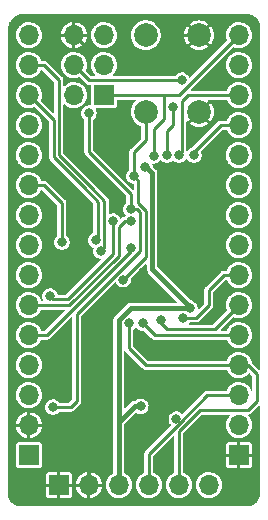
<source format=gbr>
%TF.GenerationSoftware,KiCad,Pcbnew,(6.0.7)*%
%TF.CreationDate,2023-06-10T06:11:36-04:00*%
%TF.ProjectId,atmega328pb_breakout,61746d65-6761-4333-9238-70625f627265,rev?*%
%TF.SameCoordinates,Original*%
%TF.FileFunction,Copper,L2,Bot*%
%TF.FilePolarity,Positive*%
%FSLAX46Y46*%
G04 Gerber Fmt 4.6, Leading zero omitted, Abs format (unit mm)*
G04 Created by KiCad (PCBNEW (6.0.7)) date 2023-06-10 06:11:36*
%MOMM*%
%LPD*%
G01*
G04 APERTURE LIST*
%TA.AperFunction,ComponentPad*%
%ADD10C,2.000000*%
%TD*%
%TA.AperFunction,ComponentPad*%
%ADD11R,1.700000X1.700000*%
%TD*%
%TA.AperFunction,ComponentPad*%
%ADD12O,1.700000X1.700000*%
%TD*%
%TA.AperFunction,ViaPad*%
%ADD13C,0.800000*%
%TD*%
%TA.AperFunction,Conductor*%
%ADD14C,0.250000*%
%TD*%
%TA.AperFunction,Conductor*%
%ADD15C,0.400000*%
%TD*%
G04 APERTURE END LIST*
D10*
%TO.P,SW1,1,1*%
%TO.N,~{RST}*%
X111506000Y-45720000D03*
X111506000Y-52220000D03*
%TO.P,SW1,2,2*%
%TO.N,GND*%
X116006000Y-45720000D03*
X116006000Y-52220000D03*
%TD*%
D11*
%TO.P,J4,1,Pin_1*%
%TO.N,GND*%
X104140000Y-83820000D03*
D12*
%TO.P,J4,2,Pin_2*%
X106680000Y-83820000D03*
%TO.P,J4,3,Pin_3*%
%TO.N,VDD*%
X109220000Y-83820000D03*
%TO.P,J4,4,Pin_4*%
%TO.N,D00*%
X111760000Y-83820000D03*
%TO.P,J4,5,Pin_5*%
%TO.N,D01*%
X114300000Y-83820000D03*
%TO.P,J4,6,Pin_6*%
%TO.N,D{slash}R*%
X116840000Y-83820000D03*
%TD*%
D11*
%TO.P,J3,1,Pin_1*%
%TO.N,GND*%
X119380000Y-81280000D03*
D12*
%TO.P,J3,2,Pin_2*%
%TO.N,~{RST}*%
X119380000Y-78740000D03*
%TO.P,J3,3,Pin_3*%
%TO.N,D00*%
X119380000Y-76200000D03*
%TO.P,J3,4,Pin_4*%
%TO.N,D01*%
X119380000Y-73660000D03*
%TO.P,J3,5,Pin_5*%
%TO.N,D02*%
X119380000Y-71120000D03*
%TO.P,J3,6,Pin_6*%
%TO.N,D03*%
X119380000Y-68580000D03*
%TO.P,J3,7,Pin_7*%
%TO.N,D04*%
X119380000Y-66040000D03*
%TO.P,J3,8,Pin_8*%
%TO.N,D05*%
X119380000Y-63500000D03*
%TO.P,J3,9,Pin_9*%
%TO.N,D06*%
X119380000Y-60960000D03*
%TO.P,J3,10,Pin_10*%
%TO.N,D07*%
X119380000Y-58420000D03*
%TO.P,J3,11,Pin_11*%
%TO.N,D08*%
X119380000Y-55880000D03*
%TO.P,J3,12,Pin_12*%
%TO.N,D09*%
X119380000Y-53340000D03*
%TO.P,J3,13,Pin_13*%
%TO.N,D10*%
X119380000Y-50800000D03*
%TO.P,J3,14,Pin_14*%
%TO.N,D11*%
X119380000Y-48260000D03*
%TO.P,J3,15,Pin_15*%
%TO.N,D12*%
X119380000Y-45720000D03*
%TD*%
%TO.P,J2,15,Pin_15*%
%TO.N,D13*%
X101600000Y-45720000D03*
%TO.P,J2,14,Pin_14*%
%TO.N,SDA1*%
X101600000Y-48260000D03*
%TO.P,J2,13,Pin_13*%
%TO.N,SCL1*%
X101600000Y-50800000D03*
%TO.P,J2,12,Pin_12*%
%TO.N,A00*%
X101600000Y-53340000D03*
%TO.P,J2,11,Pin_11*%
%TO.N,A01*%
X101600000Y-55880000D03*
%TO.P,J2,10,Pin_10*%
%TO.N,A02*%
X101600000Y-58420000D03*
%TO.P,J2,9,Pin_9*%
%TO.N,A03*%
X101600000Y-60960000D03*
%TO.P,J2,8,Pin_8*%
%TO.N,A04*%
X101600000Y-63500000D03*
%TO.P,J2,7,Pin_7*%
%TO.N,A05*%
X101600000Y-66040000D03*
%TO.P,J2,6,Pin_6*%
%TO.N,A06*%
X101600000Y-68580000D03*
%TO.P,J2,5,Pin_5*%
%TO.N,A07*%
X101600000Y-71120000D03*
%TO.P,J2,4,Pin_4*%
%TO.N,AREF*%
X101600000Y-73660000D03*
%TO.P,J2,3,Pin_3*%
%TO.N,VDD*%
X101600000Y-76200000D03*
%TO.P,J2,2,Pin_2*%
%TO.N,GND*%
X101600000Y-78740000D03*
D11*
%TO.P,J2,1,Pin_1*%
%TO.N,VCC*%
X101600000Y-81280000D03*
%TD*%
%TO.P,ISP,1,MISO*%
%TO.N,D12*%
X107950000Y-50800000D03*
D12*
%TO.P,ISP,2,VCC*%
%TO.N,VDD*%
X105410000Y-50800000D03*
%TO.P,ISP,3,SCK*%
%TO.N,D13*%
X107950000Y-48260000D03*
%TO.P,ISP,4,MOSI*%
%TO.N,D11*%
X105410000Y-48260000D03*
%TO.P,ISP,5,~{RST}*%
%TO.N,~{RST}*%
X107950000Y-45720000D03*
%TO.P,ISP,6,GND*%
%TO.N,GND*%
X105410000Y-45720000D03*
%TD*%
D13*
%TO.N,~{RST}*%
X109605299Y-66425299D03*
%TO.N,GND*%
X111267853Y-65787343D03*
X107442000Y-73152000D03*
%TO.N,A07*%
X110236000Y-63704972D03*
%TO.N,GND*%
X113030000Y-62738000D03*
X112833332Y-65220668D03*
X109728000Y-51816000D03*
X110490000Y-47498000D03*
X108204000Y-53594000D03*
%TO.N,D03*%
X112776000Y-69850000D03*
%TO.N,D02*%
X111252000Y-70104000D03*
%TO.N,D01*%
X110077829Y-70122835D03*
%TO.N,D04*%
X114658723Y-69664679D03*
%TO.N,D00*%
X114083500Y-78232000D03*
%TO.N,D13*%
X106680000Y-52324000D03*
%TO.N,D09*%
X115570000Y-55880000D03*
%TO.N,D11*%
X113792000Y-51816000D03*
X113284000Y-55880000D03*
%TO.N,~{RST}*%
X110490000Y-57658000D03*
%TO.N,VDD*%
X111429513Y-56896000D03*
%TO.N,A02*%
X104394000Y-63246000D03*
%TO.N,SDA1*%
X107696000Y-64008000D03*
%TO.N,SCL1*%
X107258701Y-63088859D03*
%TO.N,D10*%
X114300000Y-55880000D03*
%TO.N,D11*%
X114549701Y-49525701D03*
%TO.N,D12*%
X112154013Y-55950006D03*
%TO.N,AREF*%
X108707701Y-61463701D03*
X103378000Y-67818000D03*
%TO.N,A06*%
X110236000Y-61468000D03*
%TO.N,VDD*%
X115229500Y-68834000D03*
%TO.N,GND*%
X107442000Y-77978000D03*
%TO.N,VDD*%
X111071000Y-77143000D03*
%TO.N,GND*%
X115570000Y-82042000D03*
%TO.N,D13*%
X110236000Y-60452000D03*
X103632000Y-77216000D03*
%TD*%
D14*
%TO.N,~{RST}*%
X111506000Y-64524598D02*
X109605299Y-66425299D01*
%TO.N,GND*%
X107442000Y-69613903D02*
X107442000Y-73152000D01*
X111267853Y-65787343D02*
X111267853Y-65788050D01*
X111267853Y-65788050D02*
X107442000Y-69613903D01*
X107442000Y-73152000D02*
X107442000Y-77978000D01*
%TO.N,A07*%
X103124000Y-71120000D02*
X101600000Y-71120000D01*
X110236000Y-64008000D02*
X103124000Y-71120000D01*
X110236000Y-63704972D02*
X110236000Y-64008000D01*
%TO.N,GND*%
X112833332Y-62934668D02*
X113030000Y-62738000D01*
X112833332Y-65220668D02*
X112833332Y-62934668D01*
X110490000Y-47498000D02*
X112776000Y-47498000D01*
X109982000Y-47498000D02*
X110490000Y-47498000D01*
X109728000Y-52832000D02*
X109728000Y-51816000D01*
X108966000Y-53594000D02*
X109728000Y-52832000D01*
X108204000Y-53594000D02*
X108966000Y-53594000D01*
%TO.N,D03*%
X113284000Y-70612000D02*
X112776000Y-70104000D01*
X117348000Y-70612000D02*
X113284000Y-70612000D01*
X117602000Y-70358000D02*
X117348000Y-70612000D01*
X119380000Y-68580000D02*
X117602000Y-70358000D01*
X112776000Y-70104000D02*
X112776000Y-69850000D01*
%TO.N,D02*%
X111252000Y-70104000D02*
X112268000Y-71120000D01*
X114300000Y-71120000D02*
X119380000Y-71120000D01*
X112268000Y-71120000D02*
X114300000Y-71120000D01*
%TO.N,D01*%
X110077829Y-72231829D02*
X110077829Y-70122835D01*
X111506000Y-73660000D02*
X110077829Y-72231829D01*
X115570000Y-73660000D02*
X111506000Y-73660000D01*
D15*
%TO.N,VDD*%
X109220000Y-69850000D02*
X109220000Y-78486000D01*
X110236000Y-68834000D02*
X109220000Y-69850000D01*
X115229500Y-68834000D02*
X110236000Y-68834000D01*
D14*
%TO.N,D04*%
X118110000Y-66040000D02*
X119380000Y-66040000D01*
X116840000Y-67310000D02*
X118110000Y-66040000D01*
X116840000Y-68580000D02*
X116840000Y-67310000D01*
X115755321Y-69664679D02*
X116840000Y-68580000D01*
X114658723Y-69664679D02*
X115755321Y-69664679D01*
%TO.N,D01*%
X119380000Y-73660000D02*
X115570000Y-73660000D01*
%TO.N,D00*%
X114083500Y-78269500D02*
X114083500Y-78232000D01*
X114362802Y-78548802D02*
X114083500Y-78269500D01*
X114362802Y-78548802D02*
X116711604Y-76200000D01*
X111760000Y-81151604D02*
X114362802Y-78548802D01*
%TO.N,D13*%
X106680000Y-55626000D02*
X106680000Y-52324000D01*
X108966000Y-57912000D02*
X106680000Y-55626000D01*
X110236000Y-59182000D02*
X108966000Y-57912000D01*
X110236000Y-60452000D02*
X110236000Y-59182000D01*
%TO.N,D09*%
X115570000Y-55626000D02*
X115570000Y-55880000D01*
X117856000Y-53340000D02*
X115570000Y-55626000D01*
%TO.N,D10*%
X114554000Y-55626000D02*
X114300000Y-55880000D01*
X114554000Y-51308000D02*
X114554000Y-55626000D01*
X115062000Y-50800000D02*
X114554000Y-51308000D01*
X119380000Y-50800000D02*
X115062000Y-50800000D01*
%TO.N,D11*%
X113792000Y-53340000D02*
X113792000Y-51816000D01*
X113284000Y-53848000D02*
X113792000Y-53340000D01*
X113284000Y-55880000D02*
X113284000Y-53848000D01*
%TO.N,D12*%
X113030000Y-52832000D02*
X113030000Y-50800000D01*
X112154013Y-53707987D02*
X113030000Y-52832000D01*
X112154013Y-55950006D02*
X112154013Y-53707987D01*
X113030000Y-50800000D02*
X114300000Y-50800000D01*
X107950000Y-50800000D02*
X113030000Y-50800000D01*
%TO.N,~{RST}*%
X111506000Y-54610000D02*
X111506000Y-52220000D01*
X110490000Y-55626000D02*
X111506000Y-54610000D01*
X110490000Y-57658000D02*
X110490000Y-55626000D01*
X110867743Y-58035743D02*
X110490000Y-57658000D01*
X110867743Y-58543743D02*
X110867743Y-58035743D01*
X110867743Y-58797743D02*
X110867743Y-58543743D01*
X110867743Y-59939347D02*
X110867743Y-58797743D01*
D15*
%TO.N,VDD*%
X115229500Y-68747500D02*
X115229500Y-68834000D01*
X112031000Y-65549000D02*
X115229500Y-68747500D01*
X112031000Y-57421000D02*
X112031000Y-65549000D01*
X111506000Y-56896000D02*
X112031000Y-57421000D01*
X111429513Y-56896000D02*
X111506000Y-56896000D01*
D14*
%TO.N,A02*%
X104394000Y-59944000D02*
X104394000Y-63246000D01*
X102870000Y-58420000D02*
X104394000Y-59944000D01*
X102362000Y-58420000D02*
X102870000Y-58420000D01*
X101600000Y-58420000D02*
X102362000Y-58420000D01*
%TO.N,SDA1*%
X107983201Y-63720799D02*
X107696000Y-64008000D01*
X107983201Y-63208500D02*
X107983201Y-63720799D01*
%TO.N,SCL1*%
X107442000Y-59818396D02*
X107442000Y-62905560D01*
X106234802Y-58611198D02*
X107442000Y-59818396D01*
X107442000Y-62905560D02*
X107258701Y-63088859D01*
X104456802Y-56833198D02*
X106234802Y-58611198D01*
X103690000Y-56066396D02*
X104456802Y-56833198D01*
X103690000Y-52890000D02*
X103690000Y-56066396D01*
X101600000Y-50800000D02*
X103690000Y-52890000D01*
%TO.N,SDA1*%
X107983201Y-59723201D02*
X107983201Y-63208500D01*
X104140000Y-55880000D02*
X106934000Y-58674000D01*
X104140000Y-49530000D02*
X104140000Y-55372000D01*
X102870000Y-48260000D02*
X104140000Y-49530000D01*
X104140000Y-55372000D02*
X104140000Y-55880000D01*
X101600000Y-48260000D02*
X102870000Y-48260000D01*
X106934000Y-58674000D02*
X107983201Y-59723201D01*
%TO.N,~{RST}*%
X111506000Y-60577604D02*
X111506000Y-64524598D01*
X110867743Y-59939347D02*
X111506000Y-60577604D01*
%TO.N,D09*%
X117856000Y-53340000D02*
X119380000Y-53340000D01*
%TO.N,GND*%
X114554000Y-45720000D02*
X116006000Y-45720000D01*
X112776000Y-47498000D02*
X114554000Y-45720000D01*
X106684278Y-46994278D02*
X109478278Y-46994278D01*
X109478278Y-46994278D02*
X109982000Y-47498000D01*
X105410000Y-45720000D02*
X106684278Y-46994278D01*
%TO.N,D11*%
X112268000Y-49530000D02*
X113538000Y-49530000D01*
X106680000Y-49530000D02*
X112268000Y-49530000D01*
X114545402Y-49530000D02*
X114549701Y-49525701D01*
X113538000Y-49530000D02*
X114545402Y-49530000D01*
X105410000Y-48260000D02*
X106680000Y-49530000D01*
%TO.N,D12*%
X114300000Y-50800000D02*
X119380000Y-45720000D01*
%TO.N,AREF*%
X108707701Y-64263507D02*
X108707701Y-61463701D01*
X107696000Y-65275208D02*
X108707701Y-64263507D01*
X103632000Y-68072000D02*
X104394000Y-68072000D01*
X104899208Y-68072000D02*
X107696000Y-65275208D01*
X103378000Y-67818000D02*
X103632000Y-68072000D01*
X104394000Y-68072000D02*
X104899208Y-68072000D01*
%TO.N,D13*%
X105664000Y-69342000D02*
X105664000Y-76708000D01*
X105156000Y-77216000D02*
X103632000Y-77216000D01*
X110998000Y-64008000D02*
X105664000Y-69342000D01*
X105664000Y-76708000D02*
X105156000Y-77216000D01*
X110998000Y-60706000D02*
X110998000Y-64008000D01*
X110744000Y-60452000D02*
X110998000Y-60706000D01*
X110236000Y-60452000D02*
X110744000Y-60452000D01*
%TO.N,A06*%
X109220000Y-61976000D02*
X109220000Y-64387604D01*
X109728000Y-61468000D02*
X109220000Y-61976000D01*
X105027604Y-68580000D02*
X101600000Y-68580000D01*
X110236000Y-61468000D02*
X109728000Y-61468000D01*
X109220000Y-64387604D02*
X105027604Y-68580000D01*
%TO.N,GND*%
X106680000Y-78740000D02*
X107442000Y-77978000D01*
X106680000Y-83820000D02*
X106680000Y-78740000D01*
X104140000Y-83820000D02*
X106680000Y-83820000D01*
D15*
%TO.N,VDD*%
X110563000Y-77143000D02*
X111071000Y-77143000D01*
X109220000Y-78486000D02*
X110563000Y-77143000D01*
X109220000Y-83820000D02*
X109220000Y-78486000D01*
D14*
%TO.N,GND*%
X116332000Y-81280000D02*
X115570000Y-82042000D01*
X119380000Y-81280000D02*
X116332000Y-81280000D01*
%TO.N,D00*%
X116711604Y-76200000D02*
X119380000Y-76200000D01*
X111760000Y-83820000D02*
X111760000Y-81151604D01*
%TO.N,D01*%
X114300000Y-79248000D02*
X114300000Y-83820000D01*
X116078000Y-77470000D02*
X114300000Y-79248000D01*
X120142000Y-77470000D02*
X116078000Y-77470000D01*
X120904000Y-76708000D02*
X120142000Y-77470000D01*
X120142000Y-73660000D02*
X120904000Y-74422000D01*
X119380000Y-73660000D02*
X120142000Y-73660000D01*
X120904000Y-74422000D02*
X120904000Y-76708000D01*
%TD*%
%TA.AperFunction,Conductor*%
%TO.N,GND*%
G36*
X120122971Y-43943701D02*
G01*
X120142000Y-43947486D01*
X120148038Y-43946285D01*
X120148040Y-43946285D01*
X120150660Y-43945764D01*
X120168299Y-43944801D01*
X120312894Y-43957452D01*
X120323623Y-43959344D01*
X120439978Y-43990521D01*
X120484039Y-44002327D01*
X120494274Y-44006052D01*
X120644792Y-44076239D01*
X120654224Y-44081683D01*
X120762840Y-44157738D01*
X120790275Y-44176948D01*
X120798620Y-44183951D01*
X120916049Y-44301380D01*
X120923052Y-44309725D01*
X121018317Y-44445776D01*
X121023761Y-44455208D01*
X121093948Y-44605726D01*
X121097673Y-44615961D01*
X121102505Y-44633994D01*
X121140656Y-44776377D01*
X121142548Y-44787106D01*
X121155199Y-44931701D01*
X121154236Y-44949340D01*
X121154219Y-44949428D01*
X121152514Y-44958000D01*
X121153715Y-44964038D01*
X121156299Y-44977029D01*
X121157500Y-44989222D01*
X121157500Y-73987918D01*
X121139194Y-74032112D01*
X121095000Y-74050418D01*
X121050806Y-74032112D01*
X120479874Y-73461180D01*
X120463915Y-73433951D01*
X120416335Y-73265244D01*
X120416333Y-73265240D01*
X120415557Y-73262487D01*
X120325776Y-73080428D01*
X120307437Y-73055869D01*
X120206037Y-72920078D01*
X120206036Y-72920076D01*
X120204320Y-72917779D01*
X120055258Y-72779987D01*
X119883581Y-72671667D01*
X119695039Y-72596446D01*
X119692233Y-72595888D01*
X119692230Y-72595887D01*
X119498752Y-72557402D01*
X119498750Y-72557402D01*
X119495946Y-72556844D01*
X119400353Y-72555593D01*
X119295833Y-72554224D01*
X119295828Y-72554224D01*
X119292971Y-72554187D01*
X119290151Y-72554672D01*
X119290146Y-72554672D01*
X119173751Y-72574673D01*
X119092910Y-72588564D01*
X119090222Y-72589556D01*
X119090217Y-72589557D01*
X118905151Y-72657832D01*
X118905148Y-72657833D01*
X118902463Y-72658824D01*
X118728010Y-72762612D01*
X118575392Y-72896455D01*
X118449720Y-73055869D01*
X118355203Y-73235515D01*
X118354355Y-73238245D01*
X118353256Y-73240899D01*
X118351762Y-73240280D01*
X118324319Y-73273301D01*
X118295198Y-73280500D01*
X111689083Y-73280500D01*
X111644889Y-73262194D01*
X110475635Y-72092941D01*
X110457329Y-72048747D01*
X110457329Y-70688291D01*
X110479238Y-70640766D01*
X110560281Y-70571548D01*
X110563143Y-70569104D01*
X110565338Y-70566049D01*
X110565341Y-70566046D01*
X110620640Y-70489089D01*
X110661295Y-70463881D01*
X110707866Y-70474805D01*
X110723271Y-70490701D01*
X110741888Y-70518405D01*
X110752908Y-70534805D01*
X110870076Y-70641419D01*
X110873385Y-70643216D01*
X110873387Y-70643217D01*
X110956403Y-70688291D01*
X111009293Y-70717008D01*
X111012940Y-70717965D01*
X111012943Y-70717966D01*
X111136430Y-70750362D01*
X111162522Y-70757207D01*
X111247157Y-70758536D01*
X111317147Y-70759636D01*
X111317149Y-70759636D01*
X111320916Y-70759695D01*
X111324593Y-70758853D01*
X111327971Y-70758080D01*
X111375136Y-70766059D01*
X111386115Y-70774809D01*
X111966302Y-71354996D01*
X111974611Y-71365284D01*
X111983429Y-71378940D01*
X112010333Y-71400149D01*
X112012743Y-71402049D01*
X112018244Y-71406938D01*
X112021944Y-71410638D01*
X112024038Y-71412134D01*
X112024041Y-71412137D01*
X112038863Y-71422729D01*
X112041217Y-71424496D01*
X112054264Y-71434781D01*
X112082647Y-71457156D01*
X112087523Y-71458868D01*
X112091024Y-71460793D01*
X112094535Y-71462513D01*
X112098734Y-71465514D01*
X112103676Y-71466992D01*
X112103680Y-71466994D01*
X112139846Y-71477809D01*
X112149300Y-71480637D01*
X112152094Y-71481545D01*
X112198139Y-71497715D01*
X112198143Y-71497716D01*
X112201851Y-71499018D01*
X112205851Y-71499364D01*
X112206074Y-71499384D01*
X112206079Y-71499384D01*
X112207416Y-71499500D01*
X112207693Y-71499500D01*
X112211719Y-71499840D01*
X112214828Y-71500233D01*
X112219778Y-71501713D01*
X112274883Y-71499548D01*
X112277336Y-71499500D01*
X118298639Y-71499500D01*
X118342833Y-71517806D01*
X118355398Y-71535834D01*
X118419377Y-71674616D01*
X118536533Y-71840389D01*
X118681938Y-71982035D01*
X118850720Y-72094812D01*
X118937124Y-72131934D01*
X119034588Y-72173808D01*
X119034590Y-72173809D01*
X119037228Y-72174942D01*
X119109600Y-72191318D01*
X119232426Y-72219111D01*
X119232429Y-72219111D01*
X119235216Y-72219742D01*
X119325164Y-72223276D01*
X119435193Y-72227600D01*
X119435197Y-72227600D01*
X119438053Y-72227712D01*
X119638945Y-72198584D01*
X119831165Y-72133334D01*
X120008276Y-72034147D01*
X120164345Y-71904345D01*
X120294147Y-71748276D01*
X120393334Y-71571165D01*
X120458584Y-71378945D01*
X120487712Y-71178053D01*
X120489232Y-71120000D01*
X120486303Y-71088116D01*
X120470920Y-70920714D01*
X120470658Y-70917859D01*
X120469879Y-70915096D01*
X120416335Y-70725244D01*
X120416333Y-70725240D01*
X120415557Y-70722487D01*
X120325776Y-70540428D01*
X120307437Y-70515869D01*
X120206037Y-70380078D01*
X120206036Y-70380076D01*
X120204320Y-70377779D01*
X120055258Y-70239987D01*
X119883581Y-70131667D01*
X119695039Y-70056446D01*
X119692233Y-70055888D01*
X119692230Y-70055887D01*
X119498752Y-70017402D01*
X119498750Y-70017402D01*
X119495946Y-70016844D01*
X119400353Y-70015593D01*
X119295833Y-70014224D01*
X119295828Y-70014224D01*
X119292971Y-70014187D01*
X119290151Y-70014672D01*
X119290146Y-70014672D01*
X119196208Y-70030814D01*
X119092910Y-70048564D01*
X119090222Y-70049556D01*
X119090217Y-70049557D01*
X118905151Y-70117832D01*
X118905148Y-70117833D01*
X118902463Y-70118824D01*
X118728010Y-70222612D01*
X118575392Y-70356455D01*
X118573616Y-70358708D01*
X118573615Y-70358709D01*
X118509169Y-70440459D01*
X118449720Y-70515869D01*
X118355203Y-70695515D01*
X118354355Y-70698245D01*
X118353256Y-70700899D01*
X118351762Y-70700280D01*
X118324319Y-70733301D01*
X118295198Y-70740500D01*
X117907082Y-70740500D01*
X117862888Y-70722194D01*
X117844582Y-70678000D01*
X117862888Y-70633806D01*
X118884537Y-69612157D01*
X118928731Y-69593851D01*
X118953398Y-69598926D01*
X119037228Y-69634942D01*
X119121603Y-69654034D01*
X119232426Y-69679111D01*
X119232429Y-69679111D01*
X119235216Y-69679742D01*
X119325164Y-69683276D01*
X119435193Y-69687600D01*
X119435197Y-69687600D01*
X119438053Y-69687712D01*
X119449606Y-69686037D01*
X119497373Y-69679111D01*
X119638945Y-69658584D01*
X119831165Y-69593334D01*
X120008276Y-69494147D01*
X120164345Y-69364345D01*
X120294147Y-69208276D01*
X120393334Y-69031165D01*
X120458584Y-68838945D01*
X120472304Y-68744320D01*
X120487449Y-68639869D01*
X120487449Y-68639864D01*
X120487712Y-68638053D01*
X120489232Y-68580000D01*
X120488488Y-68571896D01*
X120476470Y-68441112D01*
X120470658Y-68377859D01*
X120465958Y-68361194D01*
X120416335Y-68185244D01*
X120416333Y-68185240D01*
X120415557Y-68182487D01*
X120325776Y-68000428D01*
X120307437Y-67975869D01*
X120206037Y-67840078D01*
X120206036Y-67840076D01*
X120204320Y-67837779D01*
X120055258Y-67699987D01*
X119883581Y-67591667D01*
X119695039Y-67516446D01*
X119692233Y-67515888D01*
X119692230Y-67515887D01*
X119498752Y-67477402D01*
X119498750Y-67477402D01*
X119495946Y-67476844D01*
X119400353Y-67475593D01*
X119295833Y-67474224D01*
X119295828Y-67474224D01*
X119292971Y-67474187D01*
X119290151Y-67474672D01*
X119290146Y-67474672D01*
X119183009Y-67493082D01*
X119092910Y-67508564D01*
X119090222Y-67509556D01*
X119090217Y-67509557D01*
X118905151Y-67577832D01*
X118905148Y-67577833D01*
X118902463Y-67578824D01*
X118728010Y-67682612D01*
X118636064Y-67763247D01*
X118581503Y-67811096D01*
X118575392Y-67816455D01*
X118449720Y-67975869D01*
X118355203Y-68155515D01*
X118354356Y-68158242D01*
X118354355Y-68158245D01*
X118318783Y-68272806D01*
X118295007Y-68349378D01*
X118271148Y-68550964D01*
X118271367Y-68554303D01*
X118279637Y-68680477D01*
X118284424Y-68753522D01*
X118285130Y-68756302D01*
X118304348Y-68831970D01*
X118334392Y-68950269D01*
X118335593Y-68952874D01*
X118359903Y-69005608D01*
X118361781Y-69053407D01*
X118347338Y-69075968D01*
X117209112Y-70214194D01*
X117164918Y-70232500D01*
X115171132Y-70232500D01*
X115126938Y-70214194D01*
X115108632Y-70170000D01*
X115130541Y-70122475D01*
X115141175Y-70113393D01*
X115141178Y-70113390D01*
X115144037Y-70110948D01*
X115173313Y-70070206D01*
X115213965Y-70045001D01*
X115224066Y-70044179D01*
X115708157Y-70044179D01*
X115721313Y-70045579D01*
X115737197Y-70048999D01*
X115742326Y-70048392D01*
X115742329Y-70048392D01*
X115774262Y-70044612D01*
X115781608Y-70044179D01*
X115786845Y-70044179D01*
X115789386Y-70043756D01*
X115789398Y-70043755D01*
X115807363Y-70040764D01*
X115810271Y-70040350D01*
X115862662Y-70034149D01*
X115867319Y-70031913D01*
X115871100Y-70030814D01*
X115874847Y-70029532D01*
X115879947Y-70028683D01*
X115884493Y-70026230D01*
X115884496Y-70026229D01*
X115926382Y-70003628D01*
X115929007Y-70002291D01*
X115973007Y-69981163D01*
X115973009Y-69981162D01*
X115976553Y-69979460D01*
X115979562Y-69976931D01*
X115979564Y-69976929D01*
X115979794Y-69976735D01*
X115980829Y-69975865D01*
X115981027Y-69975667D01*
X115984107Y-69973067D01*
X115986588Y-69971142D01*
X115991135Y-69968689D01*
X116028569Y-69928193D01*
X116030270Y-69926424D01*
X117074996Y-68881698D01*
X117085284Y-68873389D01*
X117098940Y-68864571D01*
X117121377Y-68836109D01*
X117122049Y-68835257D01*
X117126938Y-68829756D01*
X117130638Y-68826056D01*
X117142729Y-68809137D01*
X117144496Y-68806783D01*
X117173957Y-68769411D01*
X117177156Y-68765353D01*
X117178868Y-68760477D01*
X117180793Y-68756976D01*
X117182513Y-68753465D01*
X117185514Y-68749266D01*
X117186992Y-68744324D01*
X117186994Y-68744320D01*
X117200634Y-68698708D01*
X117201545Y-68695906D01*
X117217715Y-68649861D01*
X117217716Y-68649857D01*
X117219018Y-68646149D01*
X117219500Y-68640584D01*
X117219500Y-68640307D01*
X117219840Y-68636281D01*
X117220233Y-68633172D01*
X117221713Y-68628222D01*
X117219548Y-68573117D01*
X117219500Y-68570664D01*
X117219500Y-67493082D01*
X117237806Y-67448888D01*
X118248888Y-66437806D01*
X118293082Y-66419500D01*
X118298639Y-66419500D01*
X118342833Y-66437806D01*
X118355398Y-66455834D01*
X118419377Y-66594616D01*
X118536533Y-66760389D01*
X118681938Y-66902035D01*
X118850720Y-67014812D01*
X118924404Y-67046469D01*
X119034588Y-67093808D01*
X119034590Y-67093809D01*
X119037228Y-67094942D01*
X119137641Y-67117663D01*
X119232426Y-67139111D01*
X119232429Y-67139111D01*
X119235216Y-67139742D01*
X119325164Y-67143276D01*
X119435193Y-67147600D01*
X119435197Y-67147600D01*
X119438053Y-67147712D01*
X119452068Y-67145680D01*
X119497373Y-67139111D01*
X119638945Y-67118584D01*
X119831165Y-67053334D01*
X120008276Y-66954147D01*
X120164345Y-66824345D01*
X120294147Y-66668276D01*
X120393334Y-66491165D01*
X120458584Y-66298945D01*
X120487712Y-66098053D01*
X120489232Y-66040000D01*
X120486303Y-66008116D01*
X120480137Y-65941015D01*
X120470658Y-65837859D01*
X120469879Y-65835096D01*
X120416335Y-65645244D01*
X120416333Y-65645240D01*
X120415557Y-65642487D01*
X120325776Y-65460428D01*
X120307437Y-65435869D01*
X120206037Y-65300078D01*
X120206036Y-65300076D01*
X120204320Y-65297779D01*
X120055258Y-65159987D01*
X119883581Y-65051667D01*
X119695039Y-64976446D01*
X119692233Y-64975888D01*
X119692230Y-64975887D01*
X119498752Y-64937402D01*
X119498750Y-64937402D01*
X119495946Y-64936844D01*
X119400353Y-64935593D01*
X119295833Y-64934224D01*
X119295828Y-64934224D01*
X119292971Y-64934187D01*
X119290151Y-64934672D01*
X119290146Y-64934672D01*
X119173751Y-64954673D01*
X119092910Y-64968564D01*
X119090222Y-64969556D01*
X119090217Y-64969557D01*
X118905151Y-65037832D01*
X118905148Y-65037833D01*
X118902463Y-65038824D01*
X118728010Y-65142612D01*
X118575392Y-65276455D01*
X118449720Y-65435869D01*
X118355203Y-65615515D01*
X118354355Y-65618245D01*
X118353256Y-65620899D01*
X118351762Y-65620280D01*
X118324319Y-65653301D01*
X118295198Y-65660500D01*
X118157164Y-65660500D01*
X118144009Y-65659100D01*
X118141281Y-65658513D01*
X118128124Y-65655680D01*
X118122995Y-65656287D01*
X118122992Y-65656287D01*
X118091061Y-65660067D01*
X118083714Y-65660500D01*
X118078476Y-65660500D01*
X118075935Y-65660923D01*
X118075923Y-65660924D01*
X118057946Y-65663917D01*
X118055043Y-65664331D01*
X118002659Y-65670531D01*
X117998003Y-65672767D01*
X117994174Y-65673879D01*
X117990467Y-65675148D01*
X117985374Y-65675996D01*
X117980829Y-65678448D01*
X117980827Y-65678449D01*
X117938930Y-65701055D01*
X117936307Y-65702392D01*
X117888768Y-65725220D01*
X117884492Y-65728814D01*
X117884296Y-65729010D01*
X117881211Y-65731615D01*
X117878735Y-65733535D01*
X117874186Y-65735990D01*
X117870677Y-65739786D01*
X117836752Y-65776486D01*
X117835051Y-65778255D01*
X116605004Y-67008302D01*
X116594716Y-67016611D01*
X116581060Y-67025429D01*
X116577863Y-67029485D01*
X116557951Y-67054743D01*
X116553062Y-67060244D01*
X116549362Y-67063944D01*
X116547866Y-67066038D01*
X116547863Y-67066041D01*
X116537271Y-67080863D01*
X116535504Y-67083217D01*
X116502844Y-67124647D01*
X116501132Y-67129523D01*
X116499207Y-67133024D01*
X116497487Y-67136535D01*
X116494486Y-67140734D01*
X116493008Y-67145676D01*
X116493006Y-67145680D01*
X116479366Y-67191292D01*
X116478455Y-67194094D01*
X116462285Y-67240139D01*
X116462284Y-67240143D01*
X116460982Y-67243851D01*
X116460500Y-67249416D01*
X116460500Y-67249693D01*
X116460160Y-67253719D01*
X116459767Y-67256828D01*
X116458287Y-67261778D01*
X116458870Y-67276611D01*
X116460452Y-67316882D01*
X116460500Y-67319336D01*
X116460500Y-68396918D01*
X116442194Y-68441112D01*
X115995403Y-68887903D01*
X115951209Y-68906209D01*
X115907015Y-68887903D01*
X115888712Y-68843053D01*
X115888786Y-68836039D01*
X115888786Y-68836033D01*
X115888807Y-68834000D01*
X115869776Y-68676733D01*
X115813780Y-68528546D01*
X115724053Y-68397992D01*
X115687554Y-68365473D01*
X115608587Y-68295116D01*
X115608585Y-68295115D01*
X115605775Y-68292611D01*
X115465774Y-68218484D01*
X115318895Y-68181591D01*
X115289928Y-68165168D01*
X112503806Y-65379046D01*
X112485500Y-65334852D01*
X112485500Y-63470964D01*
X118271148Y-63470964D01*
X118271336Y-63473828D01*
X118281328Y-63626278D01*
X118284424Y-63673522D01*
X118285130Y-63676302D01*
X118312335Y-63783419D01*
X118334392Y-63870269D01*
X118419377Y-64054616D01*
X118536533Y-64220389D01*
X118681938Y-64362035D01*
X118850720Y-64474812D01*
X118937124Y-64511934D01*
X119034588Y-64553808D01*
X119034590Y-64553809D01*
X119037228Y-64554942D01*
X119137641Y-64577663D01*
X119232426Y-64599111D01*
X119232429Y-64599111D01*
X119235216Y-64599742D01*
X119325164Y-64603276D01*
X119435193Y-64607600D01*
X119435197Y-64607600D01*
X119438053Y-64607712D01*
X119638945Y-64578584D01*
X119831165Y-64513334D01*
X120008276Y-64414147D01*
X120164345Y-64284345D01*
X120294147Y-64128276D01*
X120393334Y-63951165D01*
X120458584Y-63758945D01*
X120478188Y-63623741D01*
X120487449Y-63559869D01*
X120487449Y-63559864D01*
X120487712Y-63558053D01*
X120487964Y-63548448D01*
X120489184Y-63501827D01*
X120489232Y-63500000D01*
X120486303Y-63468116D01*
X120479438Y-63393416D01*
X120470658Y-63297859D01*
X120464124Y-63274691D01*
X120416335Y-63105244D01*
X120416333Y-63105240D01*
X120415557Y-63102487D01*
X120325776Y-62920428D01*
X120307437Y-62895869D01*
X120206037Y-62760078D01*
X120206036Y-62760076D01*
X120204320Y-62757779D01*
X120055258Y-62619987D01*
X119883581Y-62511667D01*
X119695039Y-62436446D01*
X119692233Y-62435888D01*
X119692230Y-62435887D01*
X119498752Y-62397402D01*
X119498750Y-62397402D01*
X119495946Y-62396844D01*
X119400353Y-62395593D01*
X119295833Y-62394224D01*
X119295828Y-62394224D01*
X119292971Y-62394187D01*
X119290151Y-62394672D01*
X119290146Y-62394672D01*
X119173751Y-62414673D01*
X119092910Y-62428564D01*
X119090222Y-62429556D01*
X119090217Y-62429557D01*
X118905151Y-62497832D01*
X118905148Y-62497833D01*
X118902463Y-62498824D01*
X118728010Y-62602612D01*
X118575392Y-62736455D01*
X118573616Y-62738708D01*
X118573615Y-62738709D01*
X118540421Y-62780816D01*
X118449720Y-62895869D01*
X118355203Y-63075515D01*
X118354356Y-63078242D01*
X118354355Y-63078245D01*
X118304410Y-63239096D01*
X118295007Y-63269378D01*
X118271148Y-63470964D01*
X112485500Y-63470964D01*
X112485500Y-60930964D01*
X118271148Y-60930964D01*
X118271336Y-60933828D01*
X118282650Y-61106449D01*
X118284424Y-61133522D01*
X118285130Y-61136302D01*
X118329448Y-61310801D01*
X118334392Y-61330269D01*
X118419377Y-61514616D01*
X118536533Y-61680389D01*
X118681938Y-61822035D01*
X118850720Y-61934812D01*
X118929974Y-61968862D01*
X119034588Y-62013808D01*
X119034590Y-62013809D01*
X119037228Y-62014942D01*
X119137641Y-62037663D01*
X119232426Y-62059111D01*
X119232429Y-62059111D01*
X119235216Y-62059742D01*
X119325164Y-62063276D01*
X119435193Y-62067600D01*
X119435197Y-62067600D01*
X119438053Y-62067712D01*
X119638945Y-62038584D01*
X119831165Y-61973334D01*
X120008276Y-61874147D01*
X120164345Y-61744345D01*
X120294147Y-61588276D01*
X120393334Y-61411165D01*
X120458584Y-61218945D01*
X120485864Y-61030800D01*
X120487449Y-61019869D01*
X120487449Y-61019864D01*
X120487712Y-61018053D01*
X120489232Y-60960000D01*
X120488909Y-60956477D01*
X120475416Y-60809643D01*
X120470658Y-60757859D01*
X120467815Y-60747777D01*
X120416335Y-60565244D01*
X120416333Y-60565240D01*
X120415557Y-60562487D01*
X120325776Y-60380428D01*
X120307437Y-60355869D01*
X120206037Y-60220078D01*
X120206036Y-60220076D01*
X120204320Y-60217779D01*
X120055258Y-60079987D01*
X119883581Y-59971667D01*
X119695039Y-59896446D01*
X119692233Y-59895888D01*
X119692230Y-59895887D01*
X119498752Y-59857402D01*
X119498750Y-59857402D01*
X119495946Y-59856844D01*
X119400353Y-59855593D01*
X119295833Y-59854224D01*
X119295828Y-59854224D01*
X119292971Y-59854187D01*
X119290151Y-59854672D01*
X119290146Y-59854672D01*
X119173751Y-59874673D01*
X119092910Y-59888564D01*
X119090222Y-59889556D01*
X119090217Y-59889557D01*
X118905151Y-59957832D01*
X118905148Y-59957833D01*
X118902463Y-59958824D01*
X118728010Y-60062612D01*
X118575392Y-60196455D01*
X118573616Y-60198708D01*
X118573615Y-60198709D01*
X118505962Y-60284527D01*
X118449720Y-60355869D01*
X118355203Y-60535515D01*
X118354356Y-60538242D01*
X118354355Y-60538245D01*
X118296378Y-60724963D01*
X118295007Y-60729378D01*
X118285611Y-60808763D01*
X118271876Y-60924817D01*
X118271148Y-60930964D01*
X112485500Y-60930964D01*
X112485500Y-58390964D01*
X118271148Y-58390964D01*
X118284424Y-58593522D01*
X118334392Y-58790269D01*
X118419377Y-58974616D01*
X118536533Y-59140389D01*
X118681938Y-59282035D01*
X118850720Y-59394812D01*
X118937124Y-59431934D01*
X119034588Y-59473808D01*
X119034590Y-59473809D01*
X119037228Y-59474942D01*
X119137641Y-59497663D01*
X119232426Y-59519111D01*
X119232429Y-59519111D01*
X119235216Y-59519742D01*
X119325164Y-59523276D01*
X119435193Y-59527600D01*
X119435197Y-59527600D01*
X119438053Y-59527712D01*
X119638945Y-59498584D01*
X119831165Y-59433334D01*
X120008276Y-59334147D01*
X120164345Y-59204345D01*
X120294147Y-59048276D01*
X120393334Y-58871165D01*
X120458584Y-58678945D01*
X120487712Y-58478053D01*
X120489232Y-58420000D01*
X120486303Y-58388116D01*
X120470920Y-58220714D01*
X120470658Y-58217859D01*
X120469879Y-58215096D01*
X120416335Y-58025244D01*
X120416333Y-58025240D01*
X120415557Y-58022487D01*
X120325776Y-57840428D01*
X120306423Y-57814511D01*
X120206037Y-57680078D01*
X120206036Y-57680076D01*
X120204320Y-57677779D01*
X120055258Y-57539987D01*
X119883581Y-57431667D01*
X119695039Y-57356446D01*
X119692233Y-57355888D01*
X119692230Y-57355887D01*
X119498752Y-57317402D01*
X119498750Y-57317402D01*
X119495946Y-57316844D01*
X119400353Y-57315593D01*
X119295833Y-57314224D01*
X119295828Y-57314224D01*
X119292971Y-57314187D01*
X119290151Y-57314672D01*
X119290146Y-57314672D01*
X119173751Y-57334673D01*
X119092910Y-57348564D01*
X119090222Y-57349556D01*
X119090217Y-57349557D01*
X118905151Y-57417832D01*
X118905148Y-57417833D01*
X118902463Y-57418824D01*
X118728010Y-57522612D01*
X118656572Y-57585262D01*
X118581503Y-57651096D01*
X118575392Y-57656455D01*
X118573616Y-57658708D01*
X118573615Y-57658709D01*
X118505284Y-57745387D01*
X118449720Y-57815869D01*
X118355203Y-57995515D01*
X118354356Y-57998242D01*
X118354355Y-57998245D01*
X118311683Y-58135672D01*
X118295007Y-58189378D01*
X118271148Y-58390964D01*
X112485500Y-58390964D01*
X112485500Y-57451710D01*
X112485933Y-57444364D01*
X112489858Y-57411200D01*
X112490407Y-57406562D01*
X112479586Y-57347316D01*
X112479265Y-57345382D01*
X112478961Y-57343358D01*
X112470315Y-57285849D01*
X112468291Y-57281635D01*
X112467651Y-57279553D01*
X112467580Y-57279262D01*
X112467509Y-57279045D01*
X112467398Y-57278773D01*
X112466693Y-57276713D01*
X112465853Y-57272116D01*
X112438094Y-57218677D01*
X112437222Y-57216933D01*
X112437177Y-57216838D01*
X112411154Y-57162647D01*
X112407984Y-57159218D01*
X112406758Y-57157414D01*
X112406454Y-57156905D01*
X112404497Y-57154000D01*
X112402852Y-57150834D01*
X112398506Y-57145746D01*
X112360027Y-57107267D01*
X112358326Y-57105498D01*
X112321555Y-57065719D01*
X112321553Y-57065718D01*
X112318383Y-57062288D01*
X112314344Y-57059942D01*
X112310697Y-57057020D01*
X112310932Y-57056727D01*
X112304666Y-57051906D01*
X112095828Y-56843068D01*
X112077975Y-56806382D01*
X112076495Y-56794147D01*
X112069789Y-56738733D01*
X112050813Y-56688515D01*
X112052315Y-56640704D01*
X112087186Y-56607958D01*
X112110259Y-56603931D01*
X112168566Y-56604847D01*
X112219160Y-56605642D01*
X112219162Y-56605642D01*
X112222929Y-56605701D01*
X112377345Y-56570335D01*
X112380709Y-56568643D01*
X112380712Y-56568642D01*
X112453069Y-56532250D01*
X112518868Y-56499157D01*
X112521733Y-56496710D01*
X112521736Y-56496708D01*
X112612465Y-56419217D01*
X112639327Y-56396275D01*
X112693084Y-56321464D01*
X112733739Y-56296257D01*
X112780311Y-56307181D01*
X112785897Y-56311705D01*
X112902076Y-56417419D01*
X112905385Y-56419216D01*
X112905387Y-56419217D01*
X112970993Y-56454838D01*
X113041293Y-56493008D01*
X113044940Y-56493965D01*
X113044943Y-56493966D01*
X113190874Y-56532250D01*
X113194522Y-56533207D01*
X113279157Y-56534536D01*
X113349147Y-56535636D01*
X113349149Y-56535636D01*
X113352916Y-56535695D01*
X113507332Y-56500329D01*
X113510696Y-56498637D01*
X113510699Y-56498636D01*
X113577611Y-56464983D01*
X113648855Y-56429151D01*
X113651720Y-56426704D01*
X113651723Y-56426702D01*
X113742730Y-56348974D01*
X113752479Y-56340648D01*
X113797972Y-56325866D01*
X113835131Y-56341946D01*
X113918076Y-56417419D01*
X113921385Y-56419216D01*
X113921387Y-56419217D01*
X113986993Y-56454838D01*
X114057293Y-56493008D01*
X114060940Y-56493965D01*
X114060943Y-56493966D01*
X114206874Y-56532250D01*
X114210522Y-56533207D01*
X114295157Y-56534536D01*
X114365147Y-56535636D01*
X114365149Y-56535636D01*
X114368916Y-56535695D01*
X114523332Y-56500329D01*
X114526696Y-56498637D01*
X114526699Y-56498636D01*
X114593611Y-56464983D01*
X114664855Y-56429151D01*
X114667720Y-56426704D01*
X114667723Y-56426702D01*
X114758730Y-56348974D01*
X114785314Y-56326269D01*
X114787509Y-56323214D01*
X114787512Y-56323211D01*
X114875555Y-56200686D01*
X114875556Y-56200684D01*
X114877755Y-56197624D01*
X114879160Y-56194128D01*
X114880740Y-56191255D01*
X114918074Y-56161348D01*
X114965620Y-56166599D01*
X114987384Y-56186508D01*
X114996911Y-56200686D01*
X115068473Y-56307181D01*
X115070908Y-56310805D01*
X115188076Y-56417419D01*
X115191385Y-56419216D01*
X115191387Y-56419217D01*
X115256993Y-56454838D01*
X115327293Y-56493008D01*
X115330940Y-56493965D01*
X115330943Y-56493966D01*
X115476874Y-56532250D01*
X115480522Y-56533207D01*
X115565157Y-56534536D01*
X115635147Y-56535636D01*
X115635149Y-56535636D01*
X115638916Y-56535695D01*
X115793332Y-56500329D01*
X115796696Y-56498637D01*
X115796699Y-56498636D01*
X115863611Y-56464983D01*
X115934855Y-56429151D01*
X115937720Y-56426704D01*
X115937723Y-56426702D01*
X116028730Y-56348974D01*
X116055314Y-56326269D01*
X116057509Y-56323214D01*
X116057512Y-56323211D01*
X116145555Y-56200686D01*
X116145556Y-56200684D01*
X116147755Y-56197624D01*
X116206842Y-56050641D01*
X116222865Y-55938053D01*
X116228875Y-55895826D01*
X116228875Y-55895821D01*
X116229162Y-55893807D01*
X116229307Y-55880000D01*
X116225793Y-55850964D01*
X118271148Y-55850964D01*
X118271336Y-55853828D01*
X118283749Y-56043220D01*
X118284424Y-56053522D01*
X118285130Y-56056302D01*
X118332214Y-56241692D01*
X118334392Y-56250269D01*
X118419377Y-56434616D01*
X118490218Y-56534854D01*
X118529021Y-56589759D01*
X118536533Y-56600389D01*
X118681938Y-56742035D01*
X118850720Y-56854812D01*
X118937124Y-56891934D01*
X119034588Y-56933808D01*
X119034590Y-56933809D01*
X119037228Y-56934942D01*
X119137641Y-56957663D01*
X119232426Y-56979111D01*
X119232429Y-56979111D01*
X119235216Y-56979742D01*
X119325164Y-56983276D01*
X119435193Y-56987600D01*
X119435197Y-56987600D01*
X119438053Y-56987712D01*
X119638945Y-56958584D01*
X119831165Y-56893334D01*
X120008276Y-56794147D01*
X120164345Y-56664345D01*
X120294147Y-56508276D01*
X120393334Y-56331165D01*
X120458584Y-56138945D01*
X120471385Y-56050659D01*
X120487449Y-55939869D01*
X120487449Y-55939864D01*
X120487712Y-55938053D01*
X120489232Y-55880000D01*
X120489046Y-55877970D01*
X120475756Y-55733341D01*
X120470658Y-55677859D01*
X120469879Y-55675096D01*
X120416335Y-55485244D01*
X120416333Y-55485240D01*
X120415557Y-55482487D01*
X120346512Y-55342476D01*
X120327044Y-55302999D01*
X120327043Y-55302998D01*
X120325776Y-55300428D01*
X120307437Y-55275869D01*
X120206037Y-55140078D01*
X120206036Y-55140076D01*
X120204320Y-55137779D01*
X120055258Y-54999987D01*
X119883581Y-54891667D01*
X119695039Y-54816446D01*
X119692233Y-54815888D01*
X119692230Y-54815887D01*
X119498752Y-54777402D01*
X119498750Y-54777402D01*
X119495946Y-54776844D01*
X119400353Y-54775593D01*
X119295833Y-54774224D01*
X119295828Y-54774224D01*
X119292971Y-54774187D01*
X119290151Y-54774672D01*
X119290146Y-54774672D01*
X119173751Y-54794673D01*
X119092910Y-54808564D01*
X119090222Y-54809556D01*
X119090217Y-54809557D01*
X118905151Y-54877832D01*
X118905148Y-54877833D01*
X118902463Y-54878824D01*
X118900003Y-54880287D01*
X118900002Y-54880288D01*
X118865197Y-54900995D01*
X118728010Y-54982612D01*
X118575392Y-55116455D01*
X118573616Y-55118708D01*
X118573615Y-55118709D01*
X118460620Y-55262043D01*
X118449720Y-55275869D01*
X118399804Y-55370743D01*
X118361266Y-55443992D01*
X118355203Y-55455515D01*
X118354356Y-55458242D01*
X118354355Y-55458245D01*
X118321341Y-55564568D01*
X118295007Y-55649378D01*
X118271148Y-55850964D01*
X116225793Y-55850964D01*
X116210276Y-55722733D01*
X116184660Y-55654943D01*
X116169606Y-55615103D01*
X116171108Y-55567291D01*
X116183877Y-55548817D01*
X117994888Y-53737806D01*
X118039082Y-53719500D01*
X118298639Y-53719500D01*
X118342833Y-53737806D01*
X118355398Y-53755834D01*
X118419377Y-53894616D01*
X118536533Y-54060389D01*
X118681938Y-54202035D01*
X118850720Y-54314812D01*
X118937124Y-54351934D01*
X119034588Y-54393808D01*
X119034590Y-54393809D01*
X119037228Y-54394942D01*
X119137641Y-54417663D01*
X119232426Y-54439111D01*
X119232429Y-54439111D01*
X119235216Y-54439742D01*
X119325164Y-54443276D01*
X119435193Y-54447600D01*
X119435197Y-54447600D01*
X119438053Y-54447712D01*
X119638945Y-54418584D01*
X119831165Y-54353334D01*
X120008276Y-54254147D01*
X120164345Y-54124345D01*
X120294147Y-53968276D01*
X120393334Y-53791165D01*
X120458584Y-53598945D01*
X120486910Y-53403583D01*
X120487449Y-53399869D01*
X120487449Y-53399864D01*
X120487712Y-53398053D01*
X120489232Y-53340000D01*
X120488488Y-53331896D01*
X120476316Y-53199438D01*
X120470658Y-53137859D01*
X120469879Y-53135096D01*
X120416335Y-52945244D01*
X120416333Y-52945240D01*
X120415557Y-52942487D01*
X120325776Y-52760428D01*
X120307437Y-52735869D01*
X120206037Y-52600078D01*
X120206036Y-52600076D01*
X120204320Y-52597779D01*
X120055258Y-52459987D01*
X119883581Y-52351667D01*
X119695039Y-52276446D01*
X119692233Y-52275888D01*
X119692230Y-52275887D01*
X119498752Y-52237402D01*
X119498750Y-52237402D01*
X119495946Y-52236844D01*
X119400353Y-52235593D01*
X119295833Y-52234224D01*
X119295828Y-52234224D01*
X119292971Y-52234187D01*
X119290151Y-52234672D01*
X119290146Y-52234672D01*
X119173751Y-52254673D01*
X119092910Y-52268564D01*
X119090222Y-52269556D01*
X119090217Y-52269557D01*
X118905151Y-52337832D01*
X118905148Y-52337833D01*
X118902463Y-52338824D01*
X118900003Y-52340287D01*
X118900002Y-52340288D01*
X118882657Y-52350607D01*
X118728010Y-52442612D01*
X118575392Y-52576455D01*
X118573616Y-52578708D01*
X118573615Y-52578709D01*
X118515046Y-52653004D01*
X118449720Y-52735869D01*
X118355203Y-52915515D01*
X118354355Y-52918245D01*
X118353256Y-52920899D01*
X118351762Y-52920280D01*
X118324319Y-52953301D01*
X118295198Y-52960500D01*
X117903164Y-52960500D01*
X117890009Y-52959100D01*
X117887281Y-52958513D01*
X117874124Y-52955680D01*
X117868995Y-52956287D01*
X117868992Y-52956287D01*
X117837059Y-52960067D01*
X117829713Y-52960500D01*
X117824476Y-52960500D01*
X117821935Y-52960923D01*
X117821923Y-52960924D01*
X117803958Y-52963915D01*
X117801050Y-52964329D01*
X117748659Y-52970530D01*
X117744002Y-52972766D01*
X117740221Y-52973865D01*
X117736475Y-52975147D01*
X117731374Y-52975996D01*
X117684928Y-53001057D01*
X117682313Y-53002389D01*
X117638313Y-53023517D01*
X117638309Y-53023520D01*
X117634768Y-53025220D01*
X117630492Y-53028814D01*
X117630296Y-53029010D01*
X117627211Y-53031615D01*
X117624735Y-53033535D01*
X117620186Y-53035990D01*
X117616677Y-53039786D01*
X117582752Y-53076486D01*
X117581051Y-53078255D01*
X115427760Y-55231546D01*
X115398156Y-55248125D01*
X115340184Y-55262043D01*
X115336842Y-55263768D01*
X115336839Y-55263769D01*
X115308483Y-55278405D01*
X115199414Y-55334700D01*
X115190500Y-55342476D01*
X115103226Y-55418611D01*
X115080039Y-55438838D01*
X115077873Y-55441920D01*
X115077872Y-55441921D01*
X115047134Y-55485657D01*
X115006746Y-55511288D01*
X114960062Y-55500853D01*
X114934431Y-55460465D01*
X114933500Y-55449719D01*
X114933500Y-53194359D01*
X115216395Y-53194359D01*
X115218499Y-53199438D01*
X115374368Y-53308577D01*
X115379079Y-53311298D01*
X115572996Y-53401723D01*
X115578105Y-53403583D01*
X115784777Y-53458960D01*
X115790131Y-53459904D01*
X116003280Y-53478552D01*
X116008720Y-53478552D01*
X116221869Y-53459904D01*
X116227223Y-53458960D01*
X116433895Y-53403583D01*
X116439004Y-53401723D01*
X116632921Y-53311298D01*
X116637632Y-53308577D01*
X116790570Y-53201490D01*
X116795682Y-53193465D01*
X116794492Y-53188097D01*
X116014790Y-52408395D01*
X116006000Y-52404754D01*
X115997210Y-52408395D01*
X115220036Y-53185569D01*
X115216395Y-53194359D01*
X114933500Y-53194359D01*
X114933500Y-53060512D01*
X114951806Y-53016318D01*
X114996000Y-52998012D01*
X115029582Y-53007800D01*
X115032536Y-53009682D01*
X115037903Y-53008492D01*
X115826395Y-52220000D01*
X116190754Y-52220000D01*
X116194395Y-52228790D01*
X116971569Y-53005964D01*
X116980359Y-53009605D01*
X116985438Y-53007501D01*
X117094577Y-52851632D01*
X117097298Y-52846921D01*
X117187723Y-52653004D01*
X117189583Y-52647895D01*
X117244960Y-52441223D01*
X117245904Y-52435869D01*
X117264552Y-52222720D01*
X117264552Y-52217280D01*
X117245904Y-52004131D01*
X117244960Y-51998777D01*
X117189583Y-51792105D01*
X117187723Y-51786996D01*
X117097298Y-51593079D01*
X117094577Y-51588368D01*
X116987490Y-51435430D01*
X116979465Y-51430318D01*
X116974097Y-51431508D01*
X116194395Y-52211210D01*
X116190754Y-52220000D01*
X115826395Y-52220000D01*
X116791964Y-51254431D01*
X116804004Y-51225364D01*
X116804004Y-51218080D01*
X116837830Y-51184257D01*
X116861746Y-51179500D01*
X118298639Y-51179500D01*
X118342833Y-51197806D01*
X118355398Y-51215834D01*
X118419377Y-51354616D01*
X118536533Y-51520389D01*
X118681938Y-51662035D01*
X118850720Y-51774812D01*
X118890971Y-51792105D01*
X119034588Y-51853808D01*
X119034590Y-51853809D01*
X119037228Y-51854942D01*
X119137641Y-51877663D01*
X119232426Y-51899111D01*
X119232429Y-51899111D01*
X119235216Y-51899742D01*
X119325164Y-51903276D01*
X119435193Y-51907600D01*
X119435197Y-51907600D01*
X119438053Y-51907712D01*
X119638945Y-51878584D01*
X119831165Y-51813334D01*
X120008276Y-51714147D01*
X120164345Y-51584345D01*
X120294147Y-51428276D01*
X120393334Y-51251165D01*
X120458584Y-51058945D01*
X120487712Y-50858053D01*
X120489232Y-50800000D01*
X120486303Y-50768116D01*
X120470920Y-50600714D01*
X120470658Y-50597859D01*
X120469879Y-50595096D01*
X120416335Y-50405244D01*
X120416333Y-50405240D01*
X120415557Y-50402487D01*
X120325776Y-50220428D01*
X120307437Y-50195869D01*
X120206037Y-50060078D01*
X120206036Y-50060076D01*
X120204320Y-50057779D01*
X120055258Y-49919987D01*
X119883581Y-49811667D01*
X119695039Y-49736446D01*
X119692233Y-49735888D01*
X119692230Y-49735887D01*
X119498752Y-49697402D01*
X119498750Y-49697402D01*
X119495946Y-49696844D01*
X119400353Y-49695593D01*
X119295833Y-49694224D01*
X119295828Y-49694224D01*
X119292971Y-49694187D01*
X119290151Y-49694672D01*
X119290146Y-49694672D01*
X119183009Y-49713082D01*
X119092910Y-49728564D01*
X119090222Y-49729556D01*
X119090217Y-49729557D01*
X118905151Y-49797832D01*
X118905148Y-49797833D01*
X118902463Y-49798824D01*
X118728010Y-49902612D01*
X118575392Y-50036455D01*
X118573616Y-50038708D01*
X118573615Y-50038709D01*
X118470136Y-50169972D01*
X118449720Y-50195869D01*
X118355203Y-50375515D01*
X118354355Y-50378245D01*
X118353256Y-50380899D01*
X118351762Y-50380280D01*
X118324319Y-50413301D01*
X118295198Y-50420500D01*
X115367082Y-50420500D01*
X115322888Y-50402194D01*
X115304582Y-50358000D01*
X115322888Y-50313806D01*
X117405730Y-48230964D01*
X118271148Y-48230964D01*
X118284424Y-48433522D01*
X118334392Y-48630269D01*
X118419377Y-48814616D01*
X118536533Y-48980389D01*
X118538587Y-48982390D01*
X118538588Y-48982391D01*
X118599924Y-49042141D01*
X118681938Y-49122035D01*
X118850720Y-49234812D01*
X118897828Y-49255051D01*
X119034588Y-49313808D01*
X119034590Y-49313809D01*
X119037228Y-49314942D01*
X119137641Y-49337663D01*
X119232426Y-49359111D01*
X119232429Y-49359111D01*
X119235216Y-49359742D01*
X119325164Y-49363276D01*
X119435193Y-49367600D01*
X119435197Y-49367600D01*
X119438053Y-49367712D01*
X119638945Y-49338584D01*
X119831165Y-49273334D01*
X120008276Y-49174147D01*
X120164345Y-49044345D01*
X120294147Y-48888276D01*
X120393334Y-48711165D01*
X120458584Y-48518945D01*
X120487712Y-48318053D01*
X120489232Y-48260000D01*
X120486303Y-48228116D01*
X120470920Y-48060714D01*
X120470658Y-48057859D01*
X120469879Y-48055096D01*
X120416335Y-47865244D01*
X120416333Y-47865240D01*
X120415557Y-47862487D01*
X120325776Y-47680428D01*
X120307437Y-47655869D01*
X120206037Y-47520078D01*
X120206036Y-47520076D01*
X120204320Y-47517779D01*
X120055258Y-47379987D01*
X119883581Y-47271667D01*
X119695039Y-47196446D01*
X119692233Y-47195888D01*
X119692230Y-47195887D01*
X119498752Y-47157402D01*
X119498750Y-47157402D01*
X119495946Y-47156844D01*
X119400353Y-47155593D01*
X119295833Y-47154224D01*
X119295828Y-47154224D01*
X119292971Y-47154187D01*
X119290151Y-47154672D01*
X119290146Y-47154672D01*
X119173751Y-47174673D01*
X119092910Y-47188564D01*
X119090222Y-47189556D01*
X119090217Y-47189557D01*
X118905151Y-47257832D01*
X118905148Y-47257833D01*
X118902463Y-47258824D01*
X118728010Y-47362612D01*
X118575392Y-47496455D01*
X118449720Y-47655869D01*
X118355203Y-47835515D01*
X118354356Y-47838242D01*
X118354355Y-47838245D01*
X118311683Y-47975672D01*
X118295007Y-48029378D01*
X118271148Y-48230964D01*
X117405730Y-48230964D01*
X118884537Y-46752157D01*
X118928731Y-46733851D01*
X118953398Y-46738926D01*
X119037228Y-46774942D01*
X119135484Y-46797175D01*
X119232426Y-46819111D01*
X119232429Y-46819111D01*
X119235216Y-46819742D01*
X119325164Y-46823276D01*
X119435193Y-46827600D01*
X119435197Y-46827600D01*
X119438053Y-46827712D01*
X119638945Y-46798584D01*
X119831165Y-46733334D01*
X120008276Y-46634147D01*
X120164345Y-46504345D01*
X120294147Y-46348276D01*
X120393334Y-46171165D01*
X120458584Y-45978945D01*
X120487712Y-45778053D01*
X120489232Y-45720000D01*
X120488425Y-45711210D01*
X120477228Y-45589359D01*
X120470658Y-45517859D01*
X120469879Y-45515096D01*
X120416335Y-45325244D01*
X120416333Y-45325240D01*
X120415557Y-45322487D01*
X120352214Y-45194040D01*
X120327044Y-45142999D01*
X120327043Y-45142998D01*
X120325776Y-45140428D01*
X120324058Y-45138127D01*
X120206037Y-44980078D01*
X120206036Y-44980076D01*
X120204320Y-44977779D01*
X120055258Y-44839987D01*
X119883581Y-44731667D01*
X119695039Y-44656446D01*
X119692233Y-44655888D01*
X119692230Y-44655887D01*
X119498752Y-44617402D01*
X119498750Y-44617402D01*
X119495946Y-44616844D01*
X119400353Y-44615593D01*
X119295833Y-44614224D01*
X119295828Y-44614224D01*
X119292971Y-44614187D01*
X119290151Y-44614672D01*
X119290146Y-44614672D01*
X119195207Y-44630986D01*
X119092910Y-44648564D01*
X119090222Y-44649556D01*
X119090217Y-44649557D01*
X118905151Y-44717832D01*
X118905148Y-44717833D01*
X118902463Y-44718824D01*
X118728010Y-44822612D01*
X118636064Y-44903247D01*
X118580518Y-44951960D01*
X118575392Y-44956455D01*
X118573616Y-44958708D01*
X118573615Y-44958709D01*
X118549561Y-44989222D01*
X118449720Y-45115869D01*
X118355203Y-45295515D01*
X118354356Y-45298242D01*
X118354355Y-45298245D01*
X118346828Y-45322487D01*
X118295007Y-45489378D01*
X118271148Y-45690964D01*
X118273627Y-45728790D01*
X118282190Y-45859431D01*
X118284424Y-45893522D01*
X118334392Y-46090269D01*
X118335593Y-46092874D01*
X118359903Y-46145608D01*
X118361781Y-46193407D01*
X118347338Y-46215968D01*
X115259763Y-49303543D01*
X115215569Y-49321849D01*
X115171375Y-49303543D01*
X115157105Y-49281443D01*
X115133981Y-49220247D01*
X115044254Y-49089693D01*
X115007755Y-49057174D01*
X114928788Y-48986817D01*
X114928786Y-48986816D01*
X114925976Y-48984312D01*
X114785975Y-48910185D01*
X114632334Y-48871593D01*
X114628569Y-48871573D01*
X114628567Y-48871573D01*
X114549997Y-48871162D01*
X114473922Y-48870763D01*
X114470258Y-48871643D01*
X114470255Y-48871643D01*
X114411388Y-48885776D01*
X114319885Y-48907744D01*
X114316543Y-48909469D01*
X114316540Y-48909470D01*
X114249500Y-48944073D01*
X114179115Y-48980401D01*
X114059740Y-49084539D01*
X114057574Y-49087621D01*
X114057573Y-49087622D01*
X114032050Y-49123938D01*
X113991662Y-49149569D01*
X113980916Y-49150500D01*
X108778707Y-49150500D01*
X108734513Y-49132194D01*
X108716207Y-49088000D01*
X108734261Y-49044415D01*
X108734345Y-49044345D01*
X108864147Y-48888276D01*
X108963334Y-48711165D01*
X109028584Y-48518945D01*
X109057712Y-48318053D01*
X109059232Y-48260000D01*
X109056303Y-48228116D01*
X109040920Y-48060714D01*
X109040658Y-48057859D01*
X109039879Y-48055096D01*
X108986335Y-47865244D01*
X108986333Y-47865240D01*
X108985557Y-47862487D01*
X108895776Y-47680428D01*
X108877437Y-47655869D01*
X108776037Y-47520078D01*
X108776036Y-47520076D01*
X108774320Y-47517779D01*
X108625258Y-47379987D01*
X108453581Y-47271667D01*
X108265039Y-47196446D01*
X108262233Y-47195888D01*
X108262230Y-47195887D01*
X108068752Y-47157402D01*
X108068750Y-47157402D01*
X108065946Y-47156844D01*
X107970353Y-47155593D01*
X107865833Y-47154224D01*
X107865828Y-47154224D01*
X107862971Y-47154187D01*
X107860151Y-47154672D01*
X107860146Y-47154672D01*
X107743751Y-47174673D01*
X107662910Y-47188564D01*
X107660222Y-47189556D01*
X107660217Y-47189557D01*
X107475151Y-47257832D01*
X107475148Y-47257833D01*
X107472463Y-47258824D01*
X107298010Y-47362612D01*
X107145392Y-47496455D01*
X107019720Y-47655869D01*
X106925203Y-47835515D01*
X106924356Y-47838242D01*
X106924355Y-47838245D01*
X106881683Y-47975672D01*
X106865007Y-48029378D01*
X106841148Y-48230964D01*
X106854424Y-48433522D01*
X106904392Y-48630269D01*
X106989377Y-48814616D01*
X107106533Y-48980389D01*
X107108587Y-48982390D01*
X107108588Y-48982391D01*
X107171043Y-49043231D01*
X107189926Y-49087181D01*
X107172200Y-49131612D01*
X107127431Y-49150500D01*
X106863082Y-49150500D01*
X106818888Y-49132194D01*
X106444360Y-48757666D01*
X106426054Y-48713472D01*
X106429371Y-48693382D01*
X106487663Y-48521658D01*
X106488584Y-48518945D01*
X106517712Y-48318053D01*
X106519232Y-48260000D01*
X106516303Y-48228116D01*
X106500920Y-48060714D01*
X106500658Y-48057859D01*
X106499879Y-48055096D01*
X106446335Y-47865244D01*
X106446333Y-47865240D01*
X106445557Y-47862487D01*
X106355776Y-47680428D01*
X106337437Y-47655869D01*
X106236037Y-47520078D01*
X106236036Y-47520076D01*
X106234320Y-47517779D01*
X106085258Y-47379987D01*
X105913581Y-47271667D01*
X105725039Y-47196446D01*
X105722233Y-47195888D01*
X105722230Y-47195887D01*
X105528752Y-47157402D01*
X105528750Y-47157402D01*
X105525946Y-47156844D01*
X105430353Y-47155593D01*
X105325833Y-47154224D01*
X105325828Y-47154224D01*
X105322971Y-47154187D01*
X105320151Y-47154672D01*
X105320146Y-47154672D01*
X105203751Y-47174673D01*
X105122910Y-47188564D01*
X105120222Y-47189556D01*
X105120217Y-47189557D01*
X104935151Y-47257832D01*
X104935148Y-47257833D01*
X104932463Y-47258824D01*
X104758010Y-47362612D01*
X104605392Y-47496455D01*
X104479720Y-47655869D01*
X104385203Y-47835515D01*
X104384356Y-47838242D01*
X104384355Y-47838245D01*
X104341683Y-47975672D01*
X104325007Y-48029378D01*
X104301148Y-48230964D01*
X104314424Y-48433522D01*
X104364392Y-48630269D01*
X104449377Y-48814616D01*
X104566533Y-48980389D01*
X104568587Y-48982390D01*
X104568588Y-48982391D01*
X104629924Y-49042141D01*
X104711938Y-49122035D01*
X104880720Y-49234812D01*
X104927828Y-49255051D01*
X105064588Y-49313808D01*
X105064590Y-49313809D01*
X105067228Y-49314942D01*
X105167641Y-49337663D01*
X105262426Y-49359111D01*
X105262429Y-49359111D01*
X105265216Y-49359742D01*
X105355164Y-49363276D01*
X105465193Y-49367600D01*
X105465197Y-49367600D01*
X105468053Y-49367712D01*
X105668945Y-49338584D01*
X105718245Y-49321849D01*
X105843382Y-49279371D01*
X105891115Y-49282500D01*
X105907666Y-49294360D01*
X106378302Y-49764996D01*
X106386611Y-49775284D01*
X106395429Y-49788940D01*
X106406709Y-49797832D01*
X106424743Y-49812049D01*
X106430244Y-49816938D01*
X106433944Y-49820638D01*
X106450861Y-49832727D01*
X106453214Y-49834494D01*
X106490559Y-49863933D01*
X106494647Y-49867156D01*
X106499524Y-49868869D01*
X106502990Y-49870774D01*
X106506529Y-49872508D01*
X106510734Y-49875513D01*
X106515683Y-49876993D01*
X106515685Y-49876994D01*
X106561263Y-49890625D01*
X106564062Y-49891534D01*
X106595609Y-49902612D01*
X106613851Y-49909018D01*
X106617851Y-49909364D01*
X106618074Y-49909384D01*
X106618079Y-49909384D01*
X106619416Y-49909500D01*
X106619693Y-49909500D01*
X106623719Y-49909840D01*
X106626828Y-49910233D01*
X106631778Y-49911713D01*
X106686883Y-49909548D01*
X106689336Y-49909500D01*
X106783000Y-49909500D01*
X106827194Y-49927806D01*
X106845500Y-49972000D01*
X106845501Y-50798179D01*
X106845501Y-51610567D01*
X106827195Y-51654761D01*
X106783001Y-51673067D01*
X106767775Y-51671184D01*
X106762633Y-51669892D01*
X106758868Y-51669872D01*
X106758866Y-51669872D01*
X106680296Y-51669461D01*
X106604221Y-51669062D01*
X106600557Y-51669942D01*
X106600554Y-51669942D01*
X106566658Y-51678080D01*
X106450184Y-51706043D01*
X106446842Y-51707768D01*
X106446839Y-51707769D01*
X106431770Y-51715547D01*
X106309414Y-51778700D01*
X106294238Y-51791939D01*
X106222017Y-51854942D01*
X106190039Y-51882838D01*
X106187873Y-51885920D01*
X106187872Y-51885921D01*
X106172846Y-51907301D01*
X106098950Y-52012444D01*
X106097581Y-52015955D01*
X106097580Y-52015957D01*
X106095197Y-52022071D01*
X106041406Y-52160037D01*
X106040914Y-52163774D01*
X106021221Y-52313355D01*
X106021221Y-52313359D01*
X106020729Y-52317096D01*
X106038113Y-52474553D01*
X106092553Y-52623319D01*
X106112501Y-52653004D01*
X106169888Y-52738405D01*
X106180908Y-52754805D01*
X106183695Y-52757341D01*
X106280063Y-52845029D01*
X106300500Y-52891256D01*
X106300500Y-55578836D01*
X106299100Y-55591991D01*
X106295680Y-55607876D01*
X106296287Y-55613005D01*
X106296287Y-55613008D01*
X106300067Y-55644941D01*
X106300500Y-55652287D01*
X106300500Y-55657524D01*
X106300923Y-55660065D01*
X106300924Y-55660077D01*
X106303915Y-55678042D01*
X106304329Y-55680950D01*
X106310530Y-55733341D01*
X106312766Y-55737998D01*
X106313865Y-55741779D01*
X106315147Y-55745526D01*
X106315996Y-55750626D01*
X106318449Y-55755172D01*
X106318450Y-55755175D01*
X106341051Y-55797061D01*
X106342388Y-55799686D01*
X106365219Y-55847232D01*
X106368814Y-55851508D01*
X106369012Y-55851706D01*
X106371612Y-55854786D01*
X106373537Y-55857267D01*
X106375990Y-55861814D01*
X106379785Y-55865322D01*
X106416486Y-55899248D01*
X106418255Y-55900949D01*
X109838194Y-59320888D01*
X109856500Y-59365082D01*
X109856500Y-59886059D01*
X109835086Y-59933157D01*
X109796089Y-59967176D01*
X109753057Y-60004716D01*
X109746039Y-60010838D01*
X109654950Y-60140444D01*
X109653581Y-60143955D01*
X109653580Y-60143957D01*
X109633850Y-60194564D01*
X109597406Y-60288037D01*
X109596914Y-60291774D01*
X109577221Y-60441355D01*
X109577221Y-60441359D01*
X109576729Y-60445096D01*
X109594113Y-60602553D01*
X109648553Y-60751319D01*
X109683014Y-60802602D01*
X109702277Y-60831268D01*
X109736908Y-60882805D01*
X109770307Y-60913196D01*
X109790675Y-60956477D01*
X109774471Y-61001485D01*
X109769331Y-61006519D01*
X109746039Y-61026838D01*
X109743873Y-61029920D01*
X109743872Y-61029921D01*
X109718578Y-61065910D01*
X109677730Y-61091620D01*
X109676472Y-61091830D01*
X109675960Y-61091915D01*
X109673043Y-61092331D01*
X109620659Y-61098531D01*
X109616003Y-61100767D01*
X109612174Y-61101879D01*
X109608467Y-61103148D01*
X109603374Y-61103996D01*
X109598829Y-61106448D01*
X109598827Y-61106449D01*
X109556930Y-61129055D01*
X109554307Y-61130392D01*
X109506768Y-61153220D01*
X109502492Y-61156814D01*
X109502296Y-61157010D01*
X109499211Y-61159615D01*
X109496735Y-61161535D01*
X109492186Y-61163990D01*
X109488677Y-61167786D01*
X109454752Y-61204486D01*
X109453051Y-61206255D01*
X109417763Y-61241543D01*
X109373569Y-61259849D01*
X109329375Y-61241543D01*
X109315105Y-61219443D01*
X109291981Y-61158247D01*
X109202254Y-61027693D01*
X109126732Y-60960406D01*
X109086788Y-60924817D01*
X109086786Y-60924816D01*
X109083976Y-60922312D01*
X108943975Y-60848185D01*
X108790334Y-60809593D01*
X108786569Y-60809573D01*
X108786567Y-60809573D01*
X108707997Y-60809162D01*
X108631922Y-60808763D01*
X108628258Y-60809643D01*
X108628255Y-60809643D01*
X108558649Y-60826354D01*
X108477885Y-60845744D01*
X108474538Y-60847471D01*
X108474534Y-60847473D01*
X108453867Y-60858140D01*
X108406200Y-60862144D01*
X108369663Y-60831268D01*
X108362701Y-60802602D01*
X108362701Y-59770365D01*
X108364101Y-59757210D01*
X108366433Y-59746377D01*
X108367521Y-59741325D01*
X108365325Y-59722768D01*
X108363134Y-59704262D01*
X108362701Y-59696915D01*
X108362701Y-59691677D01*
X108362278Y-59689136D01*
X108362277Y-59689124D01*
X108359284Y-59671147D01*
X108358868Y-59668229D01*
X108353277Y-59620989D01*
X108352670Y-59615860D01*
X108350434Y-59611204D01*
X108349322Y-59607375D01*
X108348053Y-59603668D01*
X108347205Y-59598575D01*
X108344752Y-59594028D01*
X108322146Y-59552131D01*
X108320809Y-59549508D01*
X108312889Y-59533015D01*
X108297981Y-59501969D01*
X108294387Y-59497693D01*
X108294191Y-59497497D01*
X108291586Y-59494412D01*
X108289666Y-59491936D01*
X108287211Y-59487387D01*
X108246715Y-59449953D01*
X108244946Y-59448252D01*
X104537806Y-55741112D01*
X104519500Y-55696918D01*
X104519500Y-51622710D01*
X104537806Y-51578516D01*
X104582000Y-51560210D01*
X104625612Y-51577941D01*
X104640897Y-51592831D01*
X104711938Y-51662035D01*
X104880720Y-51774812D01*
X104920971Y-51792105D01*
X105064588Y-51853808D01*
X105064590Y-51853809D01*
X105067228Y-51854942D01*
X105167641Y-51877663D01*
X105262426Y-51899111D01*
X105262429Y-51899111D01*
X105265216Y-51899742D01*
X105355164Y-51903276D01*
X105465193Y-51907600D01*
X105465197Y-51907600D01*
X105468053Y-51907712D01*
X105668945Y-51878584D01*
X105861165Y-51813334D01*
X106038276Y-51714147D01*
X106194345Y-51584345D01*
X106324147Y-51428276D01*
X106423334Y-51251165D01*
X106488584Y-51058945D01*
X106517712Y-50858053D01*
X106519232Y-50800000D01*
X106516303Y-50768116D01*
X106500920Y-50600714D01*
X106500658Y-50597859D01*
X106499879Y-50595096D01*
X106446335Y-50405244D01*
X106446333Y-50405240D01*
X106445557Y-50402487D01*
X106355776Y-50220428D01*
X106337437Y-50195869D01*
X106236037Y-50060078D01*
X106236036Y-50060076D01*
X106234320Y-50057779D01*
X106085258Y-49919987D01*
X105913581Y-49811667D01*
X105725039Y-49736446D01*
X105722233Y-49735888D01*
X105722230Y-49735887D01*
X105528752Y-49697402D01*
X105528750Y-49697402D01*
X105525946Y-49696844D01*
X105430353Y-49695593D01*
X105325833Y-49694224D01*
X105325828Y-49694224D01*
X105322971Y-49694187D01*
X105320151Y-49694672D01*
X105320146Y-49694672D01*
X105213009Y-49713082D01*
X105122910Y-49728564D01*
X105120222Y-49729556D01*
X105120217Y-49729557D01*
X104935151Y-49797832D01*
X104935148Y-49797833D01*
X104932463Y-49798824D01*
X104758010Y-49902612D01*
X104629801Y-50015049D01*
X104623209Y-50020830D01*
X104577912Y-50036206D01*
X104535010Y-50015049D01*
X104519500Y-49973840D01*
X104519500Y-49577164D01*
X104520900Y-49564009D01*
X104523232Y-49553176D01*
X104524320Y-49548124D01*
X104519933Y-49511061D01*
X104519500Y-49503714D01*
X104519500Y-49498476D01*
X104519077Y-49495935D01*
X104519076Y-49495923D01*
X104516083Y-49477946D01*
X104515667Y-49475028D01*
X104510076Y-49427788D01*
X104509469Y-49422659D01*
X104507233Y-49418003D01*
X104506121Y-49414174D01*
X104504852Y-49410467D01*
X104504004Y-49405374D01*
X104486429Y-49372801D01*
X104478945Y-49358930D01*
X104477608Y-49356307D01*
X104461061Y-49321849D01*
X104454780Y-49308768D01*
X104451186Y-49304492D01*
X104450990Y-49304296D01*
X104448385Y-49301211D01*
X104446465Y-49298735D01*
X104444010Y-49294186D01*
X104430223Y-49281441D01*
X104403514Y-49256752D01*
X104401745Y-49255051D01*
X103171698Y-48025004D01*
X103163389Y-48014716D01*
X103154571Y-48001060D01*
X103125257Y-47977951D01*
X103119756Y-47973062D01*
X103116056Y-47969362D01*
X103113962Y-47967866D01*
X103113959Y-47967863D01*
X103099137Y-47957271D01*
X103096783Y-47955504D01*
X103059411Y-47926043D01*
X103055353Y-47922844D01*
X103050477Y-47921132D01*
X103046976Y-47919207D01*
X103043465Y-47917487D01*
X103039266Y-47914486D01*
X103034324Y-47913008D01*
X103034320Y-47913006D01*
X102998154Y-47902191D01*
X102988700Y-47899363D01*
X102985906Y-47898455D01*
X102939861Y-47882285D01*
X102939857Y-47882284D01*
X102936149Y-47880982D01*
X102932149Y-47880636D01*
X102931926Y-47880616D01*
X102931921Y-47880616D01*
X102930584Y-47880500D01*
X102930307Y-47880500D01*
X102926281Y-47880160D01*
X102923172Y-47879767D01*
X102918222Y-47878287D01*
X102863118Y-47880452D01*
X102860664Y-47880500D01*
X102683306Y-47880500D01*
X102639112Y-47862194D01*
X102627251Y-47845643D01*
X102547044Y-47682999D01*
X102547043Y-47682998D01*
X102545776Y-47680428D01*
X102527437Y-47655869D01*
X102426037Y-47520078D01*
X102426036Y-47520076D01*
X102424320Y-47517779D01*
X102275258Y-47379987D01*
X102103581Y-47271667D01*
X101915039Y-47196446D01*
X101912233Y-47195888D01*
X101912230Y-47195887D01*
X101718752Y-47157402D01*
X101718750Y-47157402D01*
X101715946Y-47156844D01*
X101620353Y-47155593D01*
X101515833Y-47154224D01*
X101515828Y-47154224D01*
X101512971Y-47154187D01*
X101510151Y-47154672D01*
X101510146Y-47154672D01*
X101393751Y-47174673D01*
X101312910Y-47188564D01*
X101310222Y-47189556D01*
X101310217Y-47189557D01*
X101125151Y-47257832D01*
X101125148Y-47257833D01*
X101122463Y-47258824D01*
X100948010Y-47362612D01*
X100795392Y-47496455D01*
X100669720Y-47655869D01*
X100575203Y-47835515D01*
X100574356Y-47838242D01*
X100574355Y-47838245D01*
X100531683Y-47975672D01*
X100515007Y-48029378D01*
X100491148Y-48230964D01*
X100504424Y-48433522D01*
X100554392Y-48630269D01*
X100639377Y-48814616D01*
X100756533Y-48980389D01*
X100758587Y-48982390D01*
X100758588Y-48982391D01*
X100819924Y-49042141D01*
X100901938Y-49122035D01*
X101070720Y-49234812D01*
X101117828Y-49255051D01*
X101254588Y-49313808D01*
X101254590Y-49313809D01*
X101257228Y-49314942D01*
X101357641Y-49337663D01*
X101452426Y-49359111D01*
X101452429Y-49359111D01*
X101455216Y-49359742D01*
X101545164Y-49363276D01*
X101655193Y-49367600D01*
X101655197Y-49367600D01*
X101658053Y-49367712D01*
X101858945Y-49338584D01*
X102051165Y-49273334D01*
X102228276Y-49174147D01*
X102384345Y-49044345D01*
X102514147Y-48888276D01*
X102613334Y-48711165D01*
X102623265Y-48681910D01*
X102654805Y-48645945D01*
X102682448Y-48639500D01*
X102686918Y-48639500D01*
X102731112Y-48657806D01*
X103742194Y-49668888D01*
X103760500Y-49713082D01*
X103760500Y-52272918D01*
X103742194Y-52317112D01*
X103698000Y-52335418D01*
X103653806Y-52317112D01*
X102634360Y-51297666D01*
X102616054Y-51253472D01*
X102619371Y-51233382D01*
X102677663Y-51061658D01*
X102678584Y-51058945D01*
X102707712Y-50858053D01*
X102709232Y-50800000D01*
X102706303Y-50768116D01*
X102690920Y-50600714D01*
X102690658Y-50597859D01*
X102689879Y-50595096D01*
X102636335Y-50405244D01*
X102636333Y-50405240D01*
X102635557Y-50402487D01*
X102545776Y-50220428D01*
X102527437Y-50195869D01*
X102426037Y-50060078D01*
X102426036Y-50060076D01*
X102424320Y-50057779D01*
X102275258Y-49919987D01*
X102103581Y-49811667D01*
X101915039Y-49736446D01*
X101912233Y-49735888D01*
X101912230Y-49735887D01*
X101718752Y-49697402D01*
X101718750Y-49697402D01*
X101715946Y-49696844D01*
X101620353Y-49695593D01*
X101515833Y-49694224D01*
X101515828Y-49694224D01*
X101512971Y-49694187D01*
X101510151Y-49694672D01*
X101510146Y-49694672D01*
X101403009Y-49713082D01*
X101312910Y-49728564D01*
X101310222Y-49729556D01*
X101310217Y-49729557D01*
X101125151Y-49797832D01*
X101125148Y-49797833D01*
X101122463Y-49798824D01*
X100948010Y-49902612D01*
X100795392Y-50036455D01*
X100793616Y-50038708D01*
X100793615Y-50038709D01*
X100690136Y-50169972D01*
X100669720Y-50195869D01*
X100575203Y-50375515D01*
X100574356Y-50378242D01*
X100574355Y-50378245D01*
X100561807Y-50418657D01*
X100515007Y-50569378D01*
X100491148Y-50770964D01*
X100504424Y-50973522D01*
X100554392Y-51170269D01*
X100639377Y-51354616D01*
X100756533Y-51520389D01*
X100901938Y-51662035D01*
X101070720Y-51774812D01*
X101110971Y-51792105D01*
X101254588Y-51853808D01*
X101254590Y-51853809D01*
X101257228Y-51854942D01*
X101357641Y-51877663D01*
X101452426Y-51899111D01*
X101452429Y-51899111D01*
X101455216Y-51899742D01*
X101545164Y-51903276D01*
X101655193Y-51907600D01*
X101655197Y-51907600D01*
X101658053Y-51907712D01*
X101858945Y-51878584D01*
X101880659Y-51871213D01*
X102033382Y-51819371D01*
X102081115Y-51822500D01*
X102097666Y-51834360D01*
X103292194Y-53028888D01*
X103310500Y-53073082D01*
X103310500Y-56019232D01*
X103309100Y-56032387D01*
X103305680Y-56048272D01*
X103306287Y-56053401D01*
X103306287Y-56053404D01*
X103310067Y-56085337D01*
X103310500Y-56092683D01*
X103310500Y-56097920D01*
X103310923Y-56100461D01*
X103310924Y-56100473D01*
X103313915Y-56118438D01*
X103314329Y-56121346D01*
X103320530Y-56173737D01*
X103322766Y-56178394D01*
X103323865Y-56182175D01*
X103325147Y-56185922D01*
X103325996Y-56191022D01*
X103328449Y-56195568D01*
X103328450Y-56195571D01*
X103351051Y-56237457D01*
X103352388Y-56240082D01*
X103358531Y-56252874D01*
X103375219Y-56287628D01*
X103378814Y-56291904D01*
X103379012Y-56292102D01*
X103381612Y-56295182D01*
X103383537Y-56297663D01*
X103385990Y-56302210D01*
X103406819Y-56321464D01*
X103426486Y-56339644D01*
X103428255Y-56341345D01*
X107044194Y-59957284D01*
X107062500Y-60001478D01*
X107062500Y-62415476D01*
X107044194Y-62459670D01*
X107028666Y-62471015D01*
X106888115Y-62543559D01*
X106768740Y-62647697D01*
X106766574Y-62650779D01*
X106766573Y-62650780D01*
X106726721Y-62707484D01*
X106677651Y-62777303D01*
X106676282Y-62780814D01*
X106676281Y-62780816D01*
X106632303Y-62893616D01*
X106620107Y-62924896D01*
X106619615Y-62928633D01*
X106599922Y-63078214D01*
X106599922Y-63078218D01*
X106599430Y-63081955D01*
X106616814Y-63239412D01*
X106671254Y-63388178D01*
X106692727Y-63420133D01*
X106745172Y-63498179D01*
X106759609Y-63519664D01*
X106876777Y-63626278D01*
X107015994Y-63701867D01*
X107035998Y-63707115D01*
X107074100Y-63736037D01*
X107080591Y-63783430D01*
X107078368Y-63790271D01*
X107057406Y-63844037D01*
X107056914Y-63847774D01*
X107037221Y-63997355D01*
X107037221Y-63997359D01*
X107036729Y-64001096D01*
X107054113Y-64158553D01*
X107108553Y-64307319D01*
X107196908Y-64438805D01*
X107314076Y-64545419D01*
X107317385Y-64547216D01*
X107317387Y-64547217D01*
X107331615Y-64554942D01*
X107453293Y-64621008D01*
X107456940Y-64621965D01*
X107456943Y-64621966D01*
X107602874Y-64660250D01*
X107606522Y-64661207D01*
X107623147Y-64661468D01*
X107667048Y-64680465D01*
X107684658Y-64724941D01*
X107666360Y-64768154D01*
X104760320Y-67674194D01*
X104716126Y-67692500D01*
X104073476Y-67692500D01*
X104029282Y-67674194D01*
X104015011Y-67652093D01*
X103963611Y-67516068D01*
X103963611Y-67516067D01*
X103962280Y-67512546D01*
X103872553Y-67381992D01*
X103754275Y-67276611D01*
X103614274Y-67202484D01*
X103460633Y-67163892D01*
X103456868Y-67163872D01*
X103456866Y-67163872D01*
X103378296Y-67163461D01*
X103302221Y-67163062D01*
X103298557Y-67163942D01*
X103298554Y-67163942D01*
X103228948Y-67180653D01*
X103148184Y-67200043D01*
X103144842Y-67201768D01*
X103144839Y-67201769D01*
X103077799Y-67236371D01*
X103007414Y-67272700D01*
X102888039Y-67376838D01*
X102885873Y-67379920D01*
X102885872Y-67379921D01*
X102882233Y-67385099D01*
X102796950Y-67506444D01*
X102795581Y-67509955D01*
X102795580Y-67509957D01*
X102793198Y-67516068D01*
X102739406Y-67654037D01*
X102738914Y-67657774D01*
X102719221Y-67807355D01*
X102719221Y-67807359D01*
X102718729Y-67811096D01*
X102736113Y-67968553D01*
X102748718Y-68002999D01*
X102790261Y-68116521D01*
X102788258Y-68164315D01*
X102753047Y-68196693D01*
X102731568Y-68200500D01*
X102683306Y-68200500D01*
X102639112Y-68182194D01*
X102627251Y-68165643D01*
X102547044Y-68002999D01*
X102547043Y-68002998D01*
X102545776Y-68000428D01*
X102527437Y-67975869D01*
X102426037Y-67840078D01*
X102426036Y-67840076D01*
X102424320Y-67837779D01*
X102275258Y-67699987D01*
X102103581Y-67591667D01*
X101915039Y-67516446D01*
X101912233Y-67515888D01*
X101912230Y-67515887D01*
X101718752Y-67477402D01*
X101718750Y-67477402D01*
X101715946Y-67476844D01*
X101620353Y-67475593D01*
X101515833Y-67474224D01*
X101515828Y-67474224D01*
X101512971Y-67474187D01*
X101510151Y-67474672D01*
X101510146Y-67474672D01*
X101403009Y-67493082D01*
X101312910Y-67508564D01*
X101310222Y-67509556D01*
X101310217Y-67509557D01*
X101125151Y-67577832D01*
X101125148Y-67577833D01*
X101122463Y-67578824D01*
X100948010Y-67682612D01*
X100856064Y-67763247D01*
X100801503Y-67811096D01*
X100795392Y-67816455D01*
X100669720Y-67975869D01*
X100575203Y-68155515D01*
X100574356Y-68158242D01*
X100574355Y-68158245D01*
X100538783Y-68272806D01*
X100515007Y-68349378D01*
X100491148Y-68550964D01*
X100491367Y-68554303D01*
X100499637Y-68680477D01*
X100504424Y-68753522D01*
X100505130Y-68756302D01*
X100524348Y-68831970D01*
X100554392Y-68950269D01*
X100639377Y-69134616D01*
X100756533Y-69300389D01*
X100758587Y-69302390D01*
X100758588Y-69302391D01*
X100856834Y-69398097D01*
X100901938Y-69442035D01*
X101070720Y-69554812D01*
X101142619Y-69585702D01*
X101254588Y-69633808D01*
X101254590Y-69633809D01*
X101257228Y-69634942D01*
X101341603Y-69654034D01*
X101452426Y-69679111D01*
X101452429Y-69679111D01*
X101455216Y-69679742D01*
X101545164Y-69683276D01*
X101655193Y-69687600D01*
X101655197Y-69687600D01*
X101658053Y-69687712D01*
X101669606Y-69686037D01*
X101717373Y-69679111D01*
X101858945Y-69658584D01*
X102051165Y-69593334D01*
X102228276Y-69494147D01*
X102384345Y-69364345D01*
X102514147Y-69208276D01*
X102613334Y-69031165D01*
X102618909Y-69014741D01*
X102623265Y-69001910D01*
X102654805Y-68965945D01*
X102682448Y-68959500D01*
X104596918Y-68959500D01*
X104641112Y-68977806D01*
X104659418Y-69022000D01*
X104641112Y-69066194D01*
X102985112Y-70722194D01*
X102940918Y-70740500D01*
X102683306Y-70740500D01*
X102639112Y-70722194D01*
X102627251Y-70705643D01*
X102547044Y-70542999D01*
X102547043Y-70542998D01*
X102545776Y-70540428D01*
X102527437Y-70515869D01*
X102426037Y-70380078D01*
X102426036Y-70380076D01*
X102424320Y-70377779D01*
X102275258Y-70239987D01*
X102103581Y-70131667D01*
X101915039Y-70056446D01*
X101912233Y-70055888D01*
X101912230Y-70055887D01*
X101718752Y-70017402D01*
X101718750Y-70017402D01*
X101715946Y-70016844D01*
X101620353Y-70015593D01*
X101515833Y-70014224D01*
X101515828Y-70014224D01*
X101512971Y-70014187D01*
X101510151Y-70014672D01*
X101510146Y-70014672D01*
X101416208Y-70030814D01*
X101312910Y-70048564D01*
X101310222Y-70049556D01*
X101310217Y-70049557D01*
X101125151Y-70117832D01*
X101125148Y-70117833D01*
X101122463Y-70118824D01*
X100948010Y-70222612D01*
X100795392Y-70356455D01*
X100793616Y-70358708D01*
X100793615Y-70358709D01*
X100729169Y-70440459D01*
X100669720Y-70515869D01*
X100575203Y-70695515D01*
X100574356Y-70698242D01*
X100574355Y-70698245D01*
X100516378Y-70884963D01*
X100515007Y-70889378D01*
X100491148Y-71090964D01*
X100504424Y-71293522D01*
X100505130Y-71296302D01*
X100553183Y-71485507D01*
X100554392Y-71490269D01*
X100639377Y-71674616D01*
X100756533Y-71840389D01*
X100901938Y-71982035D01*
X101070720Y-72094812D01*
X101157124Y-72131934D01*
X101254588Y-72173808D01*
X101254590Y-72173809D01*
X101257228Y-72174942D01*
X101329600Y-72191318D01*
X101452426Y-72219111D01*
X101452429Y-72219111D01*
X101455216Y-72219742D01*
X101545164Y-72223276D01*
X101655193Y-72227600D01*
X101655197Y-72227600D01*
X101658053Y-72227712D01*
X101858945Y-72198584D01*
X102051165Y-72133334D01*
X102228276Y-72034147D01*
X102384345Y-71904345D01*
X102514147Y-71748276D01*
X102613334Y-71571165D01*
X102623265Y-71541910D01*
X102654805Y-71505945D01*
X102682448Y-71499500D01*
X103076836Y-71499500D01*
X103089992Y-71500900D01*
X103105876Y-71504320D01*
X103111005Y-71503713D01*
X103111008Y-71503713D01*
X103142941Y-71499933D01*
X103150287Y-71499500D01*
X103155524Y-71499500D01*
X103158065Y-71499077D01*
X103158077Y-71499076D01*
X103176042Y-71496085D01*
X103178950Y-71495671D01*
X103231341Y-71489470D01*
X103235998Y-71487234D01*
X103239779Y-71486135D01*
X103243526Y-71484853D01*
X103248626Y-71484004D01*
X103253172Y-71481551D01*
X103253175Y-71481550D01*
X103295061Y-71458949D01*
X103297686Y-71457612D01*
X103341686Y-71436484D01*
X103341688Y-71436483D01*
X103345232Y-71434781D01*
X103348241Y-71432252D01*
X103348243Y-71432250D01*
X103348473Y-71432056D01*
X103349508Y-71431186D01*
X103349706Y-71430988D01*
X103352786Y-71428388D01*
X103355267Y-71426463D01*
X103359814Y-71424010D01*
X103397248Y-71383514D01*
X103398949Y-71381745D01*
X105177806Y-69602888D01*
X105222000Y-69584582D01*
X105266194Y-69602888D01*
X105284500Y-69647082D01*
X105284500Y-76524918D01*
X105266194Y-76569112D01*
X105017112Y-76818194D01*
X104972918Y-76836500D01*
X104198273Y-76836500D01*
X104154079Y-76818194D01*
X104146765Y-76809401D01*
X104126553Y-76779992D01*
X104077578Y-76736357D01*
X104011087Y-76677116D01*
X104011085Y-76677115D01*
X104008275Y-76674611D01*
X103868274Y-76600484D01*
X103714633Y-76561892D01*
X103710868Y-76561872D01*
X103710866Y-76561872D01*
X103632296Y-76561461D01*
X103556221Y-76561062D01*
X103552557Y-76561942D01*
X103552554Y-76561942D01*
X103507020Y-76572874D01*
X103402184Y-76598043D01*
X103398842Y-76599768D01*
X103398839Y-76599769D01*
X103331799Y-76634371D01*
X103261414Y-76670700D01*
X103258576Y-76673175D01*
X103258577Y-76673175D01*
X103147317Y-76770234D01*
X103142039Y-76774838D01*
X103139873Y-76777920D01*
X103139872Y-76777921D01*
X103114534Y-76813973D01*
X103050950Y-76904444D01*
X103049581Y-76907955D01*
X103049580Y-76907957D01*
X103002778Y-77028000D01*
X102993406Y-77052037D01*
X102992914Y-77055774D01*
X102973221Y-77205355D01*
X102973221Y-77205359D01*
X102972729Y-77209096D01*
X102990113Y-77366553D01*
X103044553Y-77515319D01*
X103070285Y-77553612D01*
X103112053Y-77615769D01*
X103132908Y-77646805D01*
X103250076Y-77753419D01*
X103253385Y-77755216D01*
X103253387Y-77755217D01*
X103303176Y-77782250D01*
X103389293Y-77829008D01*
X103392940Y-77829965D01*
X103392943Y-77829966D01*
X103530534Y-77866062D01*
X103542522Y-77869207D01*
X103627157Y-77870536D01*
X103697147Y-77871636D01*
X103697149Y-77871636D01*
X103700916Y-77871695D01*
X103855332Y-77836329D01*
X103858696Y-77834637D01*
X103858699Y-77834636D01*
X103939652Y-77793921D01*
X103996855Y-77765151D01*
X103999720Y-77762704D01*
X103999723Y-77762702D01*
X104108213Y-77670042D01*
X104117314Y-77662269D01*
X104146590Y-77621527D01*
X104187242Y-77596322D01*
X104197343Y-77595500D01*
X105108836Y-77595500D01*
X105121992Y-77596900D01*
X105137876Y-77600320D01*
X105143005Y-77599713D01*
X105143008Y-77599713D01*
X105174941Y-77595933D01*
X105182287Y-77595500D01*
X105187524Y-77595500D01*
X105190065Y-77595077D01*
X105190077Y-77595076D01*
X105208042Y-77592085D01*
X105210950Y-77591671D01*
X105263341Y-77585470D01*
X105267998Y-77583234D01*
X105271779Y-77582135D01*
X105275526Y-77580853D01*
X105280626Y-77580004D01*
X105285172Y-77577551D01*
X105285175Y-77577550D01*
X105327061Y-77554949D01*
X105329686Y-77553612D01*
X105373686Y-77532484D01*
X105373688Y-77532483D01*
X105377232Y-77530781D01*
X105380241Y-77528252D01*
X105380243Y-77528250D01*
X105380473Y-77528056D01*
X105381508Y-77527186D01*
X105381706Y-77526988D01*
X105384786Y-77524388D01*
X105387267Y-77522463D01*
X105391814Y-77520010D01*
X105429247Y-77479515D01*
X105430948Y-77477746D01*
X105898999Y-77009696D01*
X105909291Y-77001384D01*
X105918600Y-76995373D01*
X105922940Y-76992571D01*
X105946045Y-76963262D01*
X105950934Y-76957761D01*
X105954638Y-76954057D01*
X105966754Y-76937101D01*
X105968476Y-76934808D01*
X106001156Y-76893353D01*
X106002867Y-76888479D01*
X106004767Y-76885024D01*
X106006508Y-76881472D01*
X106009513Y-76877266D01*
X106011886Y-76869334D01*
X106024625Y-76826737D01*
X106025534Y-76823938D01*
X106041716Y-76777856D01*
X106043018Y-76774149D01*
X106043500Y-76768584D01*
X106043500Y-76768307D01*
X106043840Y-76764281D01*
X106044233Y-76761172D01*
X106045713Y-76756222D01*
X106043548Y-76701117D01*
X106043500Y-76698664D01*
X106043500Y-69525082D01*
X106061806Y-69480888D01*
X108895094Y-66647600D01*
X108939288Y-66629294D01*
X108983482Y-66647600D01*
X108997979Y-66670311D01*
X109017852Y-66724618D01*
X109019954Y-66727746D01*
X109019955Y-66727748D01*
X109086098Y-66826178D01*
X109106207Y-66856104D01*
X109223375Y-66962718D01*
X109226684Y-66964515D01*
X109226686Y-66964516D01*
X109322639Y-67016614D01*
X109362592Y-67038307D01*
X109366239Y-67039264D01*
X109366242Y-67039265D01*
X109468307Y-67066041D01*
X109515821Y-67078506D01*
X109600456Y-67079835D01*
X109670446Y-67080935D01*
X109670448Y-67080935D01*
X109674215Y-67080994D01*
X109828631Y-67045628D01*
X109831995Y-67043936D01*
X109831998Y-67043935D01*
X109902846Y-67008302D01*
X109970154Y-66974450D01*
X109973019Y-66972003D01*
X109973022Y-66972001D01*
X110087751Y-66874012D01*
X110090613Y-66871568D01*
X110092808Y-66868513D01*
X110092811Y-66868510D01*
X110180854Y-66745985D01*
X110180855Y-66745983D01*
X110183054Y-66742923D01*
X110242141Y-66595940D01*
X110257052Y-66491165D01*
X110264174Y-66441125D01*
X110264174Y-66441120D01*
X110264461Y-66439106D01*
X110264606Y-66425299D01*
X110264361Y-66423278D01*
X110264361Y-66423270D01*
X110255024Y-66346118D01*
X110267888Y-66300044D01*
X110272877Y-66294415D01*
X111469806Y-65097486D01*
X111514000Y-65079180D01*
X111558194Y-65097486D01*
X111576500Y-65141680D01*
X111576500Y-65518290D01*
X111576067Y-65525635D01*
X111571593Y-65563438D01*
X111572432Y-65568032D01*
X111572432Y-65568033D01*
X111582411Y-65622674D01*
X111582733Y-65624610D01*
X111591685Y-65684151D01*
X111593707Y-65688362D01*
X111594350Y-65690453D01*
X111594418Y-65690730D01*
X111594490Y-65690952D01*
X111594602Y-65691226D01*
X111595307Y-65693285D01*
X111596147Y-65697883D01*
X111615942Y-65735990D01*
X111623897Y-65751304D01*
X111624775Y-65753061D01*
X111636456Y-65777385D01*
X111650846Y-65807353D01*
X111654016Y-65810782D01*
X111655242Y-65812586D01*
X111655546Y-65813095D01*
X111657503Y-65816000D01*
X111659148Y-65819166D01*
X111663494Y-65824254D01*
X111701973Y-65862733D01*
X111703674Y-65864502D01*
X111743617Y-65907712D01*
X111747656Y-65910058D01*
X111751303Y-65912980D01*
X111751068Y-65913273D01*
X111757334Y-65918094D01*
X114112046Y-68272806D01*
X114130352Y-68317000D01*
X114112046Y-68361194D01*
X114067852Y-68379500D01*
X110266710Y-68379500D01*
X110259364Y-68379067D01*
X110221562Y-68374593D01*
X110216968Y-68375432D01*
X110216967Y-68375432D01*
X110162326Y-68385411D01*
X110160387Y-68385733D01*
X110100849Y-68394685D01*
X110096638Y-68396707D01*
X110094547Y-68397350D01*
X110094270Y-68397418D01*
X110094048Y-68397490D01*
X110093774Y-68397602D01*
X110091715Y-68398307D01*
X110087117Y-68399147D01*
X110033696Y-68426897D01*
X110031939Y-68427775D01*
X109981859Y-68451823D01*
X109981857Y-68451824D01*
X109977647Y-68453846D01*
X109974218Y-68457016D01*
X109972414Y-68458242D01*
X109971905Y-68458546D01*
X109969000Y-68460503D01*
X109965834Y-68462148D01*
X109960746Y-68466494D01*
X109922267Y-68504973D01*
X109920498Y-68506674D01*
X109893024Y-68532071D01*
X109877288Y-68546617D01*
X109874942Y-68550656D01*
X109872020Y-68554303D01*
X109871727Y-68554068D01*
X109866906Y-68560334D01*
X108920339Y-69506901D01*
X108914839Y-69511789D01*
X108884941Y-69535359D01*
X108852562Y-69582208D01*
X108850705Y-69584895D01*
X108849570Y-69586483D01*
X108813791Y-69634924D01*
X108812243Y-69639331D01*
X108811218Y-69641267D01*
X108811069Y-69641513D01*
X108810966Y-69641715D01*
X108810849Y-69641994D01*
X108809895Y-69643942D01*
X108807236Y-69647789D01*
X108789077Y-69705209D01*
X108788457Y-69707066D01*
X108768507Y-69763874D01*
X108768324Y-69768539D01*
X108767913Y-69770691D01*
X108767772Y-69771252D01*
X108767101Y-69774693D01*
X108766025Y-69778097D01*
X108765745Y-69781653D01*
X108765745Y-69781654D01*
X108765597Y-69783529D01*
X108765596Y-69783542D01*
X108765500Y-69784768D01*
X108765500Y-69839184D01*
X108765452Y-69841637D01*
X108763142Y-69900437D01*
X108764339Y-69904952D01*
X108764852Y-69909594D01*
X108764478Y-69909635D01*
X108765500Y-69917473D01*
X108765500Y-78475184D01*
X108765452Y-78477637D01*
X108763142Y-78536437D01*
X108764339Y-78540952D01*
X108764852Y-78545594D01*
X108764478Y-78545635D01*
X108765500Y-78553473D01*
X108765500Y-82769577D01*
X108747194Y-82813771D01*
X108734956Y-82823290D01*
X108568010Y-82922612D01*
X108415392Y-83056455D01*
X108289720Y-83215869D01*
X108195203Y-83395515D01*
X108194356Y-83398242D01*
X108194355Y-83398245D01*
X108186828Y-83422487D01*
X108135007Y-83589378D01*
X108111148Y-83790964D01*
X108111336Y-83793828D01*
X108122190Y-83959431D01*
X108124424Y-83993522D01*
X108174392Y-84190269D01*
X108259377Y-84374616D01*
X108376533Y-84540389D01*
X108378587Y-84542390D01*
X108378588Y-84542391D01*
X108439924Y-84602141D01*
X108521938Y-84682035D01*
X108690720Y-84794812D01*
X108776056Y-84831475D01*
X108874588Y-84873808D01*
X108874590Y-84873809D01*
X108877228Y-84874942D01*
X108975484Y-84897175D01*
X109072426Y-84919111D01*
X109072429Y-84919111D01*
X109075216Y-84919742D01*
X109165164Y-84923276D01*
X109275193Y-84927600D01*
X109275197Y-84927600D01*
X109278053Y-84927712D01*
X109307786Y-84923401D01*
X109389389Y-84911569D01*
X109478945Y-84898584D01*
X109671165Y-84833334D01*
X109848276Y-84734147D01*
X110004345Y-84604345D01*
X110134147Y-84448276D01*
X110233334Y-84271165D01*
X110298584Y-84078945D01*
X110327712Y-83878053D01*
X110329232Y-83820000D01*
X110326303Y-83788116D01*
X110317228Y-83689359D01*
X110310658Y-83617859D01*
X110303456Y-83592322D01*
X110256335Y-83425244D01*
X110256333Y-83425240D01*
X110255557Y-83422487D01*
X110165776Y-83240428D01*
X110164058Y-83238127D01*
X110046037Y-83080078D01*
X110046036Y-83080076D01*
X110044320Y-83077779D01*
X109895258Y-82939987D01*
X109726711Y-82833642D01*
X109726003Y-82833195D01*
X109726002Y-82833194D01*
X109723581Y-82831667D01*
X109720923Y-82830607D01*
X109720918Y-82830604D01*
X109713839Y-82827780D01*
X109679575Y-82794401D01*
X109674500Y-82769730D01*
X109674500Y-78700148D01*
X109692806Y-78655954D01*
X110642636Y-77706124D01*
X110686830Y-77687818D01*
X110716652Y-77695392D01*
X110828293Y-77756008D01*
X110831940Y-77756965D01*
X110831943Y-77756966D01*
X110972808Y-77793921D01*
X110981522Y-77796207D01*
X111066157Y-77797536D01*
X111136147Y-77798636D01*
X111136149Y-77798636D01*
X111139916Y-77798695D01*
X111294332Y-77763329D01*
X111297696Y-77761637D01*
X111297699Y-77761636D01*
X111364611Y-77727983D01*
X111435855Y-77692151D01*
X111438720Y-77689704D01*
X111438723Y-77689702D01*
X111504055Y-77633902D01*
X111556314Y-77589269D01*
X111558509Y-77586214D01*
X111558512Y-77586211D01*
X111646555Y-77463686D01*
X111646556Y-77463684D01*
X111648755Y-77460624D01*
X111707842Y-77313641D01*
X111722317Y-77211934D01*
X111729875Y-77158826D01*
X111729875Y-77158821D01*
X111730162Y-77156807D01*
X111730307Y-77143000D01*
X111711276Y-76985733D01*
X111655280Y-76837546D01*
X111565553Y-76706992D01*
X111522882Y-76668974D01*
X111450087Y-76604116D01*
X111450085Y-76604115D01*
X111447275Y-76601611D01*
X111307274Y-76527484D01*
X111153633Y-76488892D01*
X111149868Y-76488872D01*
X111149866Y-76488872D01*
X111071296Y-76488461D01*
X110995221Y-76488062D01*
X110991557Y-76488942D01*
X110991554Y-76488942D01*
X110921948Y-76505653D01*
X110841184Y-76525043D01*
X110837842Y-76526768D01*
X110837839Y-76526769D01*
X110791269Y-76550806D01*
X110700414Y-76597700D01*
X110697579Y-76600174D01*
X110697572Y-76600178D01*
X110616471Y-76670928D01*
X110568040Y-76685898D01*
X110553201Y-76684142D01*
X110548562Y-76683593D01*
X110543968Y-76684432D01*
X110543967Y-76684432D01*
X110489326Y-76694411D01*
X110487387Y-76694733D01*
X110427849Y-76703685D01*
X110423638Y-76705707D01*
X110421547Y-76706350D01*
X110421270Y-76706418D01*
X110421048Y-76706490D01*
X110420774Y-76706602D01*
X110418715Y-76707307D01*
X110414117Y-76708147D01*
X110389018Y-76721185D01*
X110360696Y-76735897D01*
X110358939Y-76736775D01*
X110308859Y-76760823D01*
X110308857Y-76760824D01*
X110304647Y-76762846D01*
X110301218Y-76766016D01*
X110299414Y-76767242D01*
X110298905Y-76767546D01*
X110296000Y-76769503D01*
X110292834Y-76771148D01*
X110287746Y-76775494D01*
X110249267Y-76813973D01*
X110247498Y-76815674D01*
X110220024Y-76841071D01*
X110204288Y-76855617D01*
X110201942Y-76859656D01*
X110199020Y-76863303D01*
X110198727Y-76863068D01*
X110193906Y-76869334D01*
X109781194Y-77282046D01*
X109737000Y-77300352D01*
X109692806Y-77282046D01*
X109674500Y-77237852D01*
X109674500Y-72518720D01*
X109692806Y-72474526D01*
X109737000Y-72456220D01*
X109779425Y-72472825D01*
X109814315Y-72505077D01*
X109816084Y-72506778D01*
X111204302Y-73894996D01*
X111212611Y-73905284D01*
X111221429Y-73918940D01*
X111248333Y-73940149D01*
X111250743Y-73942049D01*
X111256244Y-73946938D01*
X111259944Y-73950638D01*
X111262038Y-73952134D01*
X111262041Y-73952137D01*
X111276863Y-73962729D01*
X111279217Y-73964496D01*
X111316589Y-73993957D01*
X111320647Y-73997156D01*
X111325523Y-73998868D01*
X111329024Y-74000793D01*
X111332535Y-74002513D01*
X111336734Y-74005514D01*
X111341676Y-74006992D01*
X111341680Y-74006994D01*
X111377846Y-74017809D01*
X111387300Y-74020637D01*
X111390094Y-74021545D01*
X111436139Y-74037715D01*
X111436143Y-74037716D01*
X111439851Y-74039018D01*
X111443851Y-74039364D01*
X111444074Y-74039384D01*
X111444079Y-74039384D01*
X111445416Y-74039500D01*
X111445693Y-74039500D01*
X111449719Y-74039840D01*
X111452828Y-74040233D01*
X111457778Y-74041713D01*
X111512883Y-74039548D01*
X111515336Y-74039500D01*
X118298639Y-74039500D01*
X118342833Y-74057806D01*
X118355398Y-74075834D01*
X118419377Y-74214616D01*
X118421033Y-74216959D01*
X118532026Y-74374011D01*
X118536533Y-74380389D01*
X118681938Y-74522035D01*
X118850720Y-74634812D01*
X118937124Y-74671934D01*
X119034588Y-74713808D01*
X119034590Y-74713809D01*
X119037228Y-74714942D01*
X119137641Y-74737663D01*
X119232426Y-74759111D01*
X119232429Y-74759111D01*
X119235216Y-74759742D01*
X119325164Y-74763276D01*
X119435193Y-74767600D01*
X119435197Y-74767600D01*
X119438053Y-74767712D01*
X119638945Y-74738584D01*
X119831165Y-74673334D01*
X120008276Y-74574147D01*
X120164345Y-74444345D01*
X120217537Y-74380389D01*
X120222842Y-74374011D01*
X120265176Y-74351738D01*
X120310859Y-74365924D01*
X120315088Y-74369782D01*
X120506194Y-74560888D01*
X120524500Y-74605082D01*
X120524500Y-75755353D01*
X120506194Y-75799547D01*
X120462000Y-75817853D01*
X120417806Y-75799547D01*
X120405945Y-75782996D01*
X120327044Y-75622999D01*
X120327043Y-75622998D01*
X120325776Y-75620428D01*
X120307437Y-75595869D01*
X120206037Y-75460078D01*
X120206036Y-75460076D01*
X120204320Y-75457779D01*
X120055258Y-75319987D01*
X119883581Y-75211667D01*
X119695039Y-75136446D01*
X119692233Y-75135888D01*
X119692230Y-75135887D01*
X119498752Y-75097402D01*
X119498750Y-75097402D01*
X119495946Y-75096844D01*
X119400353Y-75095593D01*
X119295833Y-75094224D01*
X119295828Y-75094224D01*
X119292971Y-75094187D01*
X119290151Y-75094672D01*
X119290146Y-75094672D01*
X119173751Y-75114673D01*
X119092910Y-75128564D01*
X119090222Y-75129556D01*
X119090217Y-75129557D01*
X118905151Y-75197832D01*
X118905148Y-75197833D01*
X118902463Y-75198824D01*
X118728010Y-75302612D01*
X118575392Y-75436455D01*
X118449720Y-75595869D01*
X118355203Y-75775515D01*
X118354355Y-75778245D01*
X118353256Y-75780899D01*
X118351762Y-75780280D01*
X118324319Y-75813301D01*
X118295198Y-75820500D01*
X116758772Y-75820500D01*
X116745617Y-75819100D01*
X116739825Y-75817853D01*
X116729728Y-75815679D01*
X116724599Y-75816286D01*
X116724597Y-75816286D01*
X116692657Y-75820067D01*
X116685310Y-75820500D01*
X116680080Y-75820500D01*
X116677535Y-75820924D01*
X116677530Y-75820924D01*
X116659576Y-75823912D01*
X116656663Y-75824327D01*
X116628875Y-75827617D01*
X116604263Y-75830530D01*
X116599604Y-75832767D01*
X116595820Y-75833867D01*
X116592080Y-75835147D01*
X116586978Y-75835996D01*
X116582432Y-75838449D01*
X116582429Y-75838450D01*
X116540543Y-75861051D01*
X116537918Y-75862388D01*
X116490372Y-75885219D01*
X116486097Y-75888813D01*
X116485897Y-75889013D01*
X116482816Y-75891613D01*
X116480335Y-75893538D01*
X116475790Y-75895990D01*
X116472285Y-75899782D01*
X116438356Y-75936486D01*
X116436655Y-75938255D01*
X114620230Y-77754680D01*
X114576036Y-77772986D01*
X114534459Y-77757151D01*
X114462587Y-77693116D01*
X114462585Y-77693115D01*
X114459775Y-77690611D01*
X114319774Y-77616484D01*
X114166133Y-77577892D01*
X114162368Y-77577872D01*
X114162366Y-77577872D01*
X114083796Y-77577461D01*
X114007721Y-77577062D01*
X114004057Y-77577942D01*
X114004054Y-77577942D01*
X113934448Y-77594653D01*
X113853684Y-77614043D01*
X113850342Y-77615768D01*
X113850339Y-77615769D01*
X113796265Y-77643679D01*
X113712914Y-77686700D01*
X113705559Y-77693116D01*
X113603384Y-77782250D01*
X113593539Y-77790838D01*
X113591373Y-77793920D01*
X113591372Y-77793921D01*
X113561567Y-77836329D01*
X113502450Y-77920444D01*
X113501081Y-77923955D01*
X113501080Y-77923957D01*
X113479601Y-77979050D01*
X113444906Y-78068037D01*
X113444414Y-78071774D01*
X113424721Y-78221355D01*
X113424721Y-78221359D01*
X113424229Y-78225096D01*
X113441613Y-78382553D01*
X113496053Y-78531319D01*
X113584408Y-78662805D01*
X113587195Y-78665341D01*
X113602810Y-78679550D01*
X113623177Y-78722833D01*
X113604940Y-78769970D01*
X111525004Y-80849906D01*
X111514716Y-80858215D01*
X111501060Y-80867033D01*
X111497863Y-80871089D01*
X111477951Y-80896347D01*
X111473062Y-80901848D01*
X111469362Y-80905548D01*
X111467866Y-80907642D01*
X111467863Y-80907645D01*
X111457271Y-80922467D01*
X111455504Y-80924821D01*
X111422844Y-80966251D01*
X111421132Y-80971127D01*
X111419207Y-80974628D01*
X111417487Y-80978139D01*
X111414486Y-80982338D01*
X111413008Y-80987280D01*
X111413006Y-80987284D01*
X111399366Y-81032896D01*
X111398455Y-81035698D01*
X111382285Y-81081743D01*
X111382284Y-81081747D01*
X111380982Y-81085455D01*
X111380500Y-81091020D01*
X111380500Y-81091297D01*
X111380160Y-81095323D01*
X111379767Y-81098432D01*
X111378287Y-81103382D01*
X111378490Y-81108543D01*
X111380452Y-81158486D01*
X111380500Y-81160940D01*
X111380500Y-82739096D01*
X111362194Y-82783290D01*
X111339634Y-82797732D01*
X111282463Y-82818824D01*
X111108010Y-82922612D01*
X110955392Y-83056455D01*
X110829720Y-83215869D01*
X110735203Y-83395515D01*
X110734356Y-83398242D01*
X110734355Y-83398245D01*
X110726828Y-83422487D01*
X110675007Y-83589378D01*
X110651148Y-83790964D01*
X110651336Y-83793828D01*
X110662190Y-83959431D01*
X110664424Y-83993522D01*
X110714392Y-84190269D01*
X110799377Y-84374616D01*
X110916533Y-84540389D01*
X110918587Y-84542390D01*
X110918588Y-84542391D01*
X110979924Y-84602141D01*
X111061938Y-84682035D01*
X111230720Y-84794812D01*
X111316056Y-84831475D01*
X111414588Y-84873808D01*
X111414590Y-84873809D01*
X111417228Y-84874942D01*
X111515484Y-84897175D01*
X111612426Y-84919111D01*
X111612429Y-84919111D01*
X111615216Y-84919742D01*
X111705164Y-84923276D01*
X111815193Y-84927600D01*
X111815197Y-84927600D01*
X111818053Y-84927712D01*
X111847786Y-84923401D01*
X111929389Y-84911569D01*
X112018945Y-84898584D01*
X112211165Y-84833334D01*
X112388276Y-84734147D01*
X112544345Y-84604345D01*
X112674147Y-84448276D01*
X112773334Y-84271165D01*
X112838584Y-84078945D01*
X112867712Y-83878053D01*
X112869232Y-83820000D01*
X112866303Y-83788116D01*
X112857228Y-83689359D01*
X112850658Y-83617859D01*
X112843456Y-83592322D01*
X112796335Y-83425244D01*
X112796333Y-83425240D01*
X112795557Y-83422487D01*
X112705776Y-83240428D01*
X112704058Y-83238127D01*
X112586037Y-83080078D01*
X112586036Y-83080076D01*
X112584320Y-83077779D01*
X112435258Y-82939987D01*
X112263581Y-82831667D01*
X112260917Y-82830604D01*
X112178840Y-82797858D01*
X112144575Y-82764479D01*
X112139500Y-82739808D01*
X112139500Y-81334686D01*
X112157806Y-81290492D01*
X113813806Y-79634492D01*
X113858000Y-79616186D01*
X113902194Y-79634492D01*
X113920500Y-79678686D01*
X113920500Y-82739096D01*
X113902194Y-82783290D01*
X113879634Y-82797732D01*
X113822463Y-82818824D01*
X113648010Y-82922612D01*
X113495392Y-83056455D01*
X113369720Y-83215869D01*
X113275203Y-83395515D01*
X113274356Y-83398242D01*
X113274355Y-83398245D01*
X113266828Y-83422487D01*
X113215007Y-83589378D01*
X113191148Y-83790964D01*
X113191336Y-83793828D01*
X113202190Y-83959431D01*
X113204424Y-83993522D01*
X113254392Y-84190269D01*
X113339377Y-84374616D01*
X113456533Y-84540389D01*
X113458587Y-84542390D01*
X113458588Y-84542391D01*
X113519924Y-84602141D01*
X113601938Y-84682035D01*
X113770720Y-84794812D01*
X113856056Y-84831475D01*
X113954588Y-84873808D01*
X113954590Y-84873809D01*
X113957228Y-84874942D01*
X114055484Y-84897175D01*
X114152426Y-84919111D01*
X114152429Y-84919111D01*
X114155216Y-84919742D01*
X114245164Y-84923276D01*
X114355193Y-84927600D01*
X114355197Y-84927600D01*
X114358053Y-84927712D01*
X114387786Y-84923401D01*
X114469389Y-84911569D01*
X114558945Y-84898584D01*
X114751165Y-84833334D01*
X114928276Y-84734147D01*
X115084345Y-84604345D01*
X115214147Y-84448276D01*
X115313334Y-84271165D01*
X115378584Y-84078945D01*
X115407712Y-83878053D01*
X115409232Y-83820000D01*
X115406565Y-83790964D01*
X115731148Y-83790964D01*
X115731336Y-83793828D01*
X115742190Y-83959431D01*
X115744424Y-83993522D01*
X115794392Y-84190269D01*
X115879377Y-84374616D01*
X115996533Y-84540389D01*
X115998587Y-84542390D01*
X115998588Y-84542391D01*
X116059924Y-84602141D01*
X116141938Y-84682035D01*
X116310720Y-84794812D01*
X116396056Y-84831475D01*
X116494588Y-84873808D01*
X116494590Y-84873809D01*
X116497228Y-84874942D01*
X116595484Y-84897175D01*
X116692426Y-84919111D01*
X116692429Y-84919111D01*
X116695216Y-84919742D01*
X116785164Y-84923276D01*
X116895193Y-84927600D01*
X116895197Y-84927600D01*
X116898053Y-84927712D01*
X116927786Y-84923401D01*
X117009389Y-84911569D01*
X117098945Y-84898584D01*
X117291165Y-84833334D01*
X117468276Y-84734147D01*
X117624345Y-84604345D01*
X117754147Y-84448276D01*
X117853334Y-84271165D01*
X117918584Y-84078945D01*
X117947712Y-83878053D01*
X117949232Y-83820000D01*
X117946303Y-83788116D01*
X117937228Y-83689359D01*
X117930658Y-83617859D01*
X117923456Y-83592322D01*
X117876335Y-83425244D01*
X117876333Y-83425240D01*
X117875557Y-83422487D01*
X117785776Y-83240428D01*
X117784058Y-83238127D01*
X117666037Y-83080078D01*
X117666036Y-83080076D01*
X117664320Y-83077779D01*
X117515258Y-82939987D01*
X117343581Y-82831667D01*
X117219499Y-82782163D01*
X117157696Y-82757506D01*
X117155039Y-82756446D01*
X117152233Y-82755888D01*
X117152230Y-82755887D01*
X116958752Y-82717402D01*
X116958750Y-82717402D01*
X116955946Y-82716844D01*
X116860353Y-82715593D01*
X116755833Y-82714224D01*
X116755828Y-82714224D01*
X116752971Y-82714187D01*
X116750151Y-82714672D01*
X116750146Y-82714672D01*
X116637702Y-82733994D01*
X116552910Y-82748564D01*
X116550222Y-82749556D01*
X116550217Y-82749557D01*
X116365151Y-82817832D01*
X116365148Y-82817833D01*
X116362463Y-82818824D01*
X116188010Y-82922612D01*
X116035392Y-83056455D01*
X115909720Y-83215869D01*
X115815203Y-83395515D01*
X115814356Y-83398242D01*
X115814355Y-83398245D01*
X115806828Y-83422487D01*
X115755007Y-83589378D01*
X115731148Y-83790964D01*
X115406565Y-83790964D01*
X115406303Y-83788116D01*
X115397228Y-83689359D01*
X115390658Y-83617859D01*
X115383456Y-83592322D01*
X115336335Y-83425244D01*
X115336333Y-83425240D01*
X115335557Y-83422487D01*
X115245776Y-83240428D01*
X115244058Y-83238127D01*
X115126037Y-83080078D01*
X115126036Y-83080076D01*
X115124320Y-83077779D01*
X114975258Y-82939987D01*
X114803581Y-82831667D01*
X114800917Y-82830604D01*
X114718840Y-82797858D01*
X114684575Y-82764479D01*
X114679500Y-82739808D01*
X114679500Y-82151945D01*
X118276001Y-82151945D01*
X118276600Y-82158030D01*
X118289536Y-82223068D01*
X118294157Y-82234224D01*
X118343457Y-82308007D01*
X118351993Y-82316543D01*
X118425775Y-82365843D01*
X118436933Y-82370464D01*
X118501970Y-82383401D01*
X118508054Y-82384000D01*
X119240569Y-82384000D01*
X119249359Y-82380359D01*
X119253000Y-82371569D01*
X119253000Y-82371568D01*
X119507000Y-82371568D01*
X119510641Y-82380358D01*
X119519431Y-82383999D01*
X120251945Y-82383999D01*
X120258030Y-82383400D01*
X120323068Y-82370464D01*
X120334224Y-82365843D01*
X120408007Y-82316543D01*
X120416543Y-82308007D01*
X120465843Y-82234225D01*
X120470464Y-82223067D01*
X120483401Y-82158030D01*
X120484000Y-82151946D01*
X120484000Y-81419431D01*
X120480359Y-81410641D01*
X120471569Y-81407000D01*
X119519431Y-81407000D01*
X119510641Y-81410641D01*
X119507000Y-81419431D01*
X119507000Y-82371568D01*
X119253000Y-82371568D01*
X119253000Y-81419431D01*
X119249359Y-81410641D01*
X119240569Y-81407000D01*
X118288432Y-81407000D01*
X118279642Y-81410641D01*
X118276001Y-81419431D01*
X118276001Y-82151945D01*
X114679500Y-82151945D01*
X114679500Y-81140569D01*
X118276000Y-81140569D01*
X118279641Y-81149359D01*
X118288431Y-81153000D01*
X119240569Y-81153000D01*
X119249359Y-81149359D01*
X119253000Y-81140569D01*
X119507000Y-81140569D01*
X119510641Y-81149359D01*
X119519431Y-81153000D01*
X120471568Y-81153000D01*
X120480358Y-81149359D01*
X120483999Y-81140569D01*
X120483999Y-80408055D01*
X120483400Y-80401970D01*
X120470464Y-80336932D01*
X120465843Y-80325776D01*
X120416543Y-80251993D01*
X120408007Y-80243457D01*
X120334225Y-80194157D01*
X120323067Y-80189536D01*
X120258030Y-80176599D01*
X120251946Y-80176000D01*
X119519431Y-80176000D01*
X119510641Y-80179641D01*
X119507000Y-80188431D01*
X119507000Y-81140569D01*
X119253000Y-81140569D01*
X119253000Y-80188432D01*
X119249359Y-80179642D01*
X119240569Y-80176001D01*
X118508055Y-80176001D01*
X118501970Y-80176600D01*
X118436932Y-80189536D01*
X118425776Y-80194157D01*
X118351993Y-80243457D01*
X118343457Y-80251993D01*
X118294157Y-80325775D01*
X118289536Y-80336933D01*
X118276599Y-80401970D01*
X118276000Y-80408054D01*
X118276000Y-81140569D01*
X114679500Y-81140569D01*
X114679500Y-79431082D01*
X114697806Y-79386888D01*
X116216888Y-77867806D01*
X116261082Y-77849500D01*
X118554098Y-77849500D01*
X118598292Y-77867806D01*
X118616598Y-77912000D01*
X118595307Y-77958990D01*
X118575392Y-77976455D01*
X118573616Y-77978708D01*
X118573615Y-77978709D01*
X118505962Y-78064527D01*
X118449720Y-78135869D01*
X118355203Y-78315515D01*
X118354356Y-78318242D01*
X118354355Y-78318245D01*
X118305242Y-78476415D01*
X118295007Y-78509378D01*
X118271148Y-78710964D01*
X118271336Y-78713828D01*
X118282190Y-78879431D01*
X118284424Y-78913522D01*
X118334392Y-79110269D01*
X118419377Y-79294616D01*
X118536533Y-79460389D01*
X118538587Y-79462390D01*
X118538588Y-79462391D01*
X118599924Y-79522141D01*
X118681938Y-79602035D01*
X118850720Y-79714812D01*
X118936056Y-79751475D01*
X119034588Y-79793808D01*
X119034590Y-79793809D01*
X119037228Y-79794942D01*
X119135484Y-79817175D01*
X119232426Y-79839111D01*
X119232429Y-79839111D01*
X119235216Y-79839742D01*
X119325164Y-79843276D01*
X119435193Y-79847600D01*
X119435197Y-79847600D01*
X119438053Y-79847712D01*
X119638945Y-79818584D01*
X119831165Y-79753334D01*
X120008276Y-79654147D01*
X120164345Y-79524345D01*
X120294147Y-79368276D01*
X120393334Y-79191165D01*
X120458584Y-78998945D01*
X120487712Y-78798053D01*
X120489232Y-78740000D01*
X120486303Y-78708116D01*
X120477228Y-78609359D01*
X120470658Y-78537859D01*
X120463456Y-78512322D01*
X120416335Y-78345244D01*
X120416333Y-78345240D01*
X120415557Y-78342487D01*
X120325776Y-78160428D01*
X120324058Y-78158127D01*
X120206037Y-78000078D01*
X120206036Y-78000076D01*
X120204320Y-77997779D01*
X120157373Y-77954381D01*
X120137346Y-77910941D01*
X120153903Y-77866062D01*
X120189527Y-77846837D01*
X120194035Y-77846086D01*
X120196950Y-77845671D01*
X120249341Y-77839470D01*
X120253998Y-77837234D01*
X120257779Y-77836135D01*
X120261526Y-77834853D01*
X120266626Y-77834004D01*
X120271172Y-77831551D01*
X120271175Y-77831550D01*
X120313061Y-77808949D01*
X120315686Y-77807612D01*
X120359686Y-77786484D01*
X120359688Y-77786483D01*
X120363232Y-77784781D01*
X120366241Y-77782252D01*
X120366243Y-77782250D01*
X120366473Y-77782056D01*
X120367508Y-77781186D01*
X120367706Y-77780988D01*
X120370786Y-77778388D01*
X120373267Y-77776463D01*
X120377814Y-77774010D01*
X120415248Y-77733514D01*
X120416949Y-77731745D01*
X121050806Y-77097888D01*
X121095000Y-77079582D01*
X121139194Y-77097888D01*
X121157500Y-77142082D01*
X121157500Y-84550778D01*
X121156299Y-84562971D01*
X121152514Y-84582000D01*
X121153715Y-84588038D01*
X121153715Y-84588040D01*
X121154236Y-84590660D01*
X121155199Y-84608299D01*
X121142548Y-84752894D01*
X121140656Y-84763623D01*
X121121854Y-84833796D01*
X121104872Y-84897175D01*
X121097674Y-84924037D01*
X121093948Y-84934274D01*
X121023761Y-85084792D01*
X121018317Y-85094224D01*
X120942262Y-85202841D01*
X120923052Y-85230275D01*
X120916049Y-85238620D01*
X120798620Y-85356049D01*
X120790275Y-85363052D01*
X120654224Y-85458317D01*
X120644792Y-85463761D01*
X120494274Y-85533948D01*
X120484039Y-85537673D01*
X120439978Y-85549479D01*
X120323623Y-85580656D01*
X120312894Y-85582548D01*
X120168299Y-85595199D01*
X120150660Y-85594236D01*
X120148040Y-85593715D01*
X120148038Y-85593715D01*
X120142000Y-85592514D01*
X120135962Y-85593715D01*
X120122971Y-85596299D01*
X120110778Y-85597500D01*
X100869222Y-85597500D01*
X100857029Y-85596299D01*
X100844038Y-85593715D01*
X100838000Y-85592514D01*
X100831962Y-85593715D01*
X100831960Y-85593715D01*
X100829340Y-85594236D01*
X100811701Y-85595199D01*
X100667106Y-85582548D01*
X100656377Y-85580656D01*
X100540022Y-85549479D01*
X100495961Y-85537673D01*
X100485726Y-85533948D01*
X100335208Y-85463761D01*
X100325776Y-85458317D01*
X100189725Y-85363052D01*
X100181380Y-85356049D01*
X100063951Y-85238620D01*
X100056948Y-85230275D01*
X100037738Y-85202840D01*
X99961683Y-85094224D01*
X99956239Y-85084792D01*
X99886052Y-84934274D01*
X99882326Y-84924037D01*
X99875129Y-84897175D01*
X99858146Y-84833796D01*
X99839344Y-84763623D01*
X99837452Y-84752894D01*
X99832119Y-84691945D01*
X103036001Y-84691945D01*
X103036600Y-84698030D01*
X103049536Y-84763068D01*
X103054157Y-84774224D01*
X103103457Y-84848007D01*
X103111993Y-84856543D01*
X103185775Y-84905843D01*
X103196933Y-84910464D01*
X103261970Y-84923401D01*
X103268054Y-84924000D01*
X104000569Y-84924000D01*
X104009359Y-84920359D01*
X104013000Y-84911569D01*
X104013000Y-84911568D01*
X104267000Y-84911568D01*
X104270641Y-84920358D01*
X104279431Y-84923999D01*
X105011945Y-84923999D01*
X105018030Y-84923400D01*
X105083068Y-84910464D01*
X105094224Y-84905843D01*
X105168007Y-84856543D01*
X105176543Y-84848007D01*
X105225843Y-84774225D01*
X105230464Y-84763067D01*
X105243401Y-84698030D01*
X105244000Y-84691946D01*
X105244000Y-83960471D01*
X105582759Y-83960471D01*
X105584732Y-83990581D01*
X105585626Y-83996224D01*
X105634159Y-84187323D01*
X105636066Y-84192707D01*
X105718612Y-84371761D01*
X105721468Y-84376708D01*
X105835257Y-84537717D01*
X105838970Y-84542065D01*
X105980203Y-84679647D01*
X105984636Y-84683236D01*
X106148576Y-84792778D01*
X106153598Y-84795504D01*
X106334744Y-84873331D01*
X106340183Y-84875098D01*
X106532492Y-84918614D01*
X106538141Y-84919357D01*
X106540577Y-84919453D01*
X106548827Y-84916409D01*
X106553000Y-84906869D01*
X106553000Y-84904779D01*
X106807000Y-84904779D01*
X106810641Y-84913569D01*
X106816208Y-84915875D01*
X106935992Y-84898507D01*
X106941541Y-84897175D01*
X107128247Y-84833796D01*
X107133460Y-84831475D01*
X107305492Y-84735133D01*
X107310194Y-84731902D01*
X107461793Y-84605819D01*
X107465819Y-84601793D01*
X107591902Y-84450194D01*
X107595133Y-84445492D01*
X107691475Y-84273460D01*
X107693796Y-84268247D01*
X107757175Y-84081541D01*
X107758507Y-84075992D01*
X107775426Y-83959304D01*
X107773084Y-83950082D01*
X107767904Y-83947000D01*
X106819431Y-83947000D01*
X106810641Y-83950641D01*
X106807000Y-83959431D01*
X106807000Y-84904779D01*
X106553000Y-84904779D01*
X106553000Y-83959431D01*
X106549359Y-83950641D01*
X106540569Y-83947000D01*
X105594307Y-83947000D01*
X105586632Y-83950179D01*
X105582759Y-83960471D01*
X105244000Y-83960471D01*
X105244000Y-83959431D01*
X105240359Y-83950641D01*
X105231569Y-83947000D01*
X104279431Y-83947000D01*
X104270641Y-83950641D01*
X104267000Y-83959431D01*
X104267000Y-84911568D01*
X104013000Y-84911568D01*
X104013000Y-83959431D01*
X104009359Y-83950641D01*
X104000569Y-83947000D01*
X103048432Y-83947000D01*
X103039642Y-83950641D01*
X103036001Y-83959431D01*
X103036001Y-84691945D01*
X99832119Y-84691945D01*
X99824801Y-84608299D01*
X99825764Y-84590660D01*
X99826285Y-84588040D01*
X99826285Y-84588038D01*
X99827486Y-84582000D01*
X99823701Y-84562971D01*
X99822500Y-84550778D01*
X99822500Y-83680569D01*
X103036000Y-83680569D01*
X103039641Y-83689359D01*
X103048431Y-83693000D01*
X104000569Y-83693000D01*
X104009359Y-83689359D01*
X104013000Y-83680569D01*
X104267000Y-83680569D01*
X104270641Y-83689359D01*
X104279431Y-83693000D01*
X105231568Y-83693000D01*
X105240358Y-83689359D01*
X105243963Y-83680655D01*
X105584707Y-83680655D01*
X105587290Y-83689811D01*
X105592984Y-83693000D01*
X106540569Y-83693000D01*
X106549359Y-83689359D01*
X106553000Y-83680569D01*
X106807000Y-83680569D01*
X106810641Y-83689359D01*
X106819431Y-83693000D01*
X107764629Y-83693000D01*
X107773419Y-83689359D01*
X107776125Y-83682826D01*
X107770426Y-83620805D01*
X107769385Y-83615187D01*
X107715867Y-83425424D01*
X107713824Y-83420102D01*
X107626616Y-83243261D01*
X107623630Y-83238389D01*
X107505664Y-83080414D01*
X107501841Y-83076169D01*
X107357060Y-82942334D01*
X107352525Y-82938854D01*
X107185774Y-82833642D01*
X107180696Y-82831054D01*
X106997553Y-82757988D01*
X106992087Y-82756369D01*
X106819193Y-82721978D01*
X106809861Y-82723834D01*
X106807000Y-82728117D01*
X106807000Y-83680569D01*
X106553000Y-83680569D01*
X106553000Y-82733994D01*
X106549359Y-82725204D01*
X106544214Y-82723073D01*
X106395870Y-82748563D01*
X106390347Y-82750042D01*
X106205367Y-82818285D01*
X106200218Y-82820741D01*
X106030770Y-82921552D01*
X106026148Y-82924911D01*
X105877910Y-83054912D01*
X105873983Y-83059050D01*
X105751913Y-83213895D01*
X105748809Y-83218674D01*
X105656998Y-83393177D01*
X105654819Y-83398437D01*
X105596346Y-83586752D01*
X105595162Y-83592322D01*
X105584707Y-83680655D01*
X105243963Y-83680655D01*
X105243999Y-83680569D01*
X105243999Y-82948055D01*
X105243400Y-82941970D01*
X105230464Y-82876932D01*
X105225843Y-82865776D01*
X105176543Y-82791993D01*
X105168007Y-82783457D01*
X105094225Y-82734157D01*
X105083067Y-82729536D01*
X105018030Y-82716599D01*
X105011946Y-82716000D01*
X104279431Y-82716000D01*
X104270641Y-82719641D01*
X104267000Y-82728431D01*
X104267000Y-83680569D01*
X104013000Y-83680569D01*
X104013000Y-82728432D01*
X104009359Y-82719642D01*
X104000569Y-82716001D01*
X103268055Y-82716001D01*
X103261970Y-82716600D01*
X103196932Y-82729536D01*
X103185776Y-82734157D01*
X103111993Y-82783457D01*
X103103457Y-82791993D01*
X103054157Y-82865775D01*
X103049536Y-82876933D01*
X103036599Y-82941970D01*
X103036000Y-82948054D01*
X103036000Y-83680569D01*
X99822500Y-83680569D01*
X99822500Y-80404933D01*
X100495500Y-80404933D01*
X100495501Y-82155066D01*
X100510266Y-82229301D01*
X100566516Y-82313484D01*
X100571633Y-82316903D01*
X100645580Y-82366314D01*
X100645582Y-82366315D01*
X100650699Y-82369734D01*
X100683753Y-82376309D01*
X100721920Y-82383901D01*
X100721923Y-82383901D01*
X100724933Y-82384500D01*
X101600000Y-82384500D01*
X102475066Y-82384499D01*
X102478075Y-82383900D01*
X102478080Y-82383900D01*
X102543263Y-82370935D01*
X102549301Y-82369734D01*
X102633484Y-82313484D01*
X102689734Y-82229301D01*
X102704500Y-82155067D01*
X102704499Y-80404934D01*
X102689734Y-80330699D01*
X102633484Y-80246516D01*
X102613452Y-80233131D01*
X102554420Y-80193686D01*
X102554418Y-80193685D01*
X102549301Y-80190266D01*
X102516247Y-80183691D01*
X102478080Y-80176099D01*
X102478077Y-80176099D01*
X102475067Y-80175500D01*
X102471996Y-80175500D01*
X101600001Y-80175501D01*
X100724934Y-80175501D01*
X100721925Y-80176100D01*
X100721920Y-80176100D01*
X100656737Y-80189065D01*
X100650699Y-80190266D01*
X100566516Y-80246516D01*
X100510266Y-80330699D01*
X100495500Y-80404933D01*
X99822500Y-80404933D01*
X99822500Y-78880471D01*
X100502759Y-78880471D01*
X100504732Y-78910581D01*
X100505626Y-78916224D01*
X100554159Y-79107323D01*
X100556066Y-79112707D01*
X100638612Y-79291761D01*
X100641468Y-79296708D01*
X100755257Y-79457717D01*
X100758970Y-79462065D01*
X100900203Y-79599647D01*
X100904636Y-79603236D01*
X101068576Y-79712778D01*
X101073598Y-79715504D01*
X101254744Y-79793331D01*
X101260183Y-79795098D01*
X101452492Y-79838614D01*
X101458141Y-79839357D01*
X101460577Y-79839453D01*
X101468827Y-79836409D01*
X101473000Y-79826869D01*
X101473000Y-79824779D01*
X101727000Y-79824779D01*
X101730641Y-79833569D01*
X101736208Y-79835875D01*
X101855992Y-79818507D01*
X101861541Y-79817175D01*
X102048247Y-79753796D01*
X102053460Y-79751475D01*
X102225492Y-79655133D01*
X102230194Y-79651902D01*
X102381793Y-79525819D01*
X102385819Y-79521793D01*
X102511902Y-79370194D01*
X102515133Y-79365492D01*
X102611475Y-79193460D01*
X102613796Y-79188247D01*
X102677175Y-79001541D01*
X102678507Y-78995992D01*
X102695426Y-78879304D01*
X102693084Y-78870082D01*
X102687904Y-78867000D01*
X101739431Y-78867000D01*
X101730641Y-78870641D01*
X101727000Y-78879431D01*
X101727000Y-79824779D01*
X101473000Y-79824779D01*
X101473000Y-78879431D01*
X101469359Y-78870641D01*
X101460569Y-78867000D01*
X100514307Y-78867000D01*
X100506632Y-78870179D01*
X100502759Y-78880471D01*
X99822500Y-78880471D01*
X99822500Y-78600655D01*
X100504707Y-78600655D01*
X100507290Y-78609811D01*
X100512984Y-78613000D01*
X101460569Y-78613000D01*
X101469359Y-78609359D01*
X101473000Y-78600569D01*
X101727000Y-78600569D01*
X101730641Y-78609359D01*
X101739431Y-78613000D01*
X102684629Y-78613000D01*
X102693419Y-78609359D01*
X102696125Y-78602826D01*
X102690426Y-78540805D01*
X102689385Y-78535187D01*
X102635867Y-78345424D01*
X102633824Y-78340102D01*
X102546616Y-78163261D01*
X102543630Y-78158389D01*
X102425664Y-78000414D01*
X102421841Y-77996169D01*
X102277060Y-77862334D01*
X102272525Y-77858854D01*
X102105774Y-77753642D01*
X102100696Y-77751054D01*
X101917553Y-77677988D01*
X101912087Y-77676369D01*
X101739193Y-77641978D01*
X101729861Y-77643834D01*
X101727000Y-77648117D01*
X101727000Y-78600569D01*
X101473000Y-78600569D01*
X101473000Y-77653994D01*
X101469359Y-77645204D01*
X101464214Y-77643073D01*
X101315870Y-77668563D01*
X101310347Y-77670042D01*
X101125367Y-77738285D01*
X101120218Y-77740741D01*
X100950770Y-77841552D01*
X100946148Y-77844911D01*
X100797910Y-77974912D01*
X100793983Y-77979050D01*
X100671913Y-78133895D01*
X100668809Y-78138674D01*
X100576998Y-78313177D01*
X100574819Y-78318437D01*
X100516346Y-78506752D01*
X100515162Y-78512322D01*
X100504707Y-78600655D01*
X99822500Y-78600655D01*
X99822500Y-76170964D01*
X100491148Y-76170964D01*
X100504424Y-76373522D01*
X100505130Y-76376302D01*
X100552498Y-76562810D01*
X100554392Y-76570269D01*
X100639377Y-76754616D01*
X100756533Y-76920389D01*
X100901938Y-77062035D01*
X101070720Y-77174812D01*
X101157124Y-77211934D01*
X101254588Y-77253808D01*
X101254590Y-77253809D01*
X101257228Y-77254942D01*
X101357641Y-77277663D01*
X101452426Y-77299111D01*
X101452429Y-77299111D01*
X101455216Y-77299742D01*
X101545164Y-77303276D01*
X101655193Y-77307600D01*
X101655197Y-77307600D01*
X101658053Y-77307712D01*
X101858945Y-77278584D01*
X102051165Y-77213334D01*
X102228276Y-77114147D01*
X102384345Y-76984345D01*
X102514147Y-76828276D01*
X102613334Y-76651165D01*
X102678584Y-76458945D01*
X102707712Y-76258053D01*
X102709232Y-76200000D01*
X102706303Y-76168116D01*
X102690920Y-76000714D01*
X102690658Y-75997859D01*
X102689879Y-75995096D01*
X102636335Y-75805244D01*
X102636333Y-75805240D01*
X102635557Y-75802487D01*
X102545776Y-75620428D01*
X102527437Y-75595869D01*
X102426037Y-75460078D01*
X102426036Y-75460076D01*
X102424320Y-75457779D01*
X102275258Y-75319987D01*
X102103581Y-75211667D01*
X101915039Y-75136446D01*
X101912233Y-75135888D01*
X101912230Y-75135887D01*
X101718752Y-75097402D01*
X101718750Y-75097402D01*
X101715946Y-75096844D01*
X101620353Y-75095593D01*
X101515833Y-75094224D01*
X101515828Y-75094224D01*
X101512971Y-75094187D01*
X101510151Y-75094672D01*
X101510146Y-75094672D01*
X101393751Y-75114673D01*
X101312910Y-75128564D01*
X101310222Y-75129556D01*
X101310217Y-75129557D01*
X101125151Y-75197832D01*
X101125148Y-75197833D01*
X101122463Y-75198824D01*
X100948010Y-75302612D01*
X100795392Y-75436455D01*
X100669720Y-75595869D01*
X100575203Y-75775515D01*
X100574356Y-75778242D01*
X100574355Y-75778245D01*
X100536617Y-75899782D01*
X100515007Y-75969378D01*
X100491148Y-76170964D01*
X99822500Y-76170964D01*
X99822500Y-73630964D01*
X100491148Y-73630964D01*
X100504424Y-73833522D01*
X100505130Y-73836302D01*
X100537688Y-73964496D01*
X100554392Y-74030269D01*
X100639377Y-74214616D01*
X100641033Y-74216959D01*
X100752026Y-74374011D01*
X100756533Y-74380389D01*
X100901938Y-74522035D01*
X101070720Y-74634812D01*
X101157124Y-74671934D01*
X101254588Y-74713808D01*
X101254590Y-74713809D01*
X101257228Y-74714942D01*
X101357641Y-74737663D01*
X101452426Y-74759111D01*
X101452429Y-74759111D01*
X101455216Y-74759742D01*
X101545164Y-74763276D01*
X101655193Y-74767600D01*
X101655197Y-74767600D01*
X101658053Y-74767712D01*
X101858945Y-74738584D01*
X102051165Y-74673334D01*
X102228276Y-74574147D01*
X102384345Y-74444345D01*
X102514147Y-74288276D01*
X102613334Y-74111165D01*
X102678584Y-73918945D01*
X102707712Y-73718053D01*
X102709232Y-73660000D01*
X102706303Y-73628116D01*
X102690920Y-73460714D01*
X102690658Y-73457859D01*
X102683915Y-73433951D01*
X102636335Y-73265244D01*
X102636333Y-73265240D01*
X102635557Y-73262487D01*
X102545776Y-73080428D01*
X102527437Y-73055869D01*
X102426037Y-72920078D01*
X102426036Y-72920076D01*
X102424320Y-72917779D01*
X102275258Y-72779987D01*
X102103581Y-72671667D01*
X101915039Y-72596446D01*
X101912233Y-72595888D01*
X101912230Y-72595887D01*
X101718752Y-72557402D01*
X101718750Y-72557402D01*
X101715946Y-72556844D01*
X101620353Y-72555593D01*
X101515833Y-72554224D01*
X101515828Y-72554224D01*
X101512971Y-72554187D01*
X101510151Y-72554672D01*
X101510146Y-72554672D01*
X101393751Y-72574673D01*
X101312910Y-72588564D01*
X101310222Y-72589556D01*
X101310217Y-72589557D01*
X101125151Y-72657832D01*
X101125148Y-72657833D01*
X101122463Y-72658824D01*
X100948010Y-72762612D01*
X100795392Y-72896455D01*
X100669720Y-73055869D01*
X100575203Y-73235515D01*
X100515007Y-73429378D01*
X100491148Y-73630964D01*
X99822500Y-73630964D01*
X99822500Y-66010964D01*
X100491148Y-66010964D01*
X100504424Y-66213522D01*
X100505130Y-66216302D01*
X100538100Y-66346118D01*
X100554392Y-66410269D01*
X100639377Y-66594616D01*
X100756533Y-66760389D01*
X100901938Y-66902035D01*
X101070720Y-67014812D01*
X101144404Y-67046469D01*
X101254588Y-67093808D01*
X101254590Y-67093809D01*
X101257228Y-67094942D01*
X101357641Y-67117663D01*
X101452426Y-67139111D01*
X101452429Y-67139111D01*
X101455216Y-67139742D01*
X101545164Y-67143276D01*
X101655193Y-67147600D01*
X101655197Y-67147600D01*
X101658053Y-67147712D01*
X101672068Y-67145680D01*
X101717373Y-67139111D01*
X101858945Y-67118584D01*
X102051165Y-67053334D01*
X102228276Y-66954147D01*
X102384345Y-66824345D01*
X102514147Y-66668276D01*
X102613334Y-66491165D01*
X102678584Y-66298945D01*
X102707712Y-66098053D01*
X102709232Y-66040000D01*
X102706303Y-66008116D01*
X102700137Y-65941015D01*
X102690658Y-65837859D01*
X102689879Y-65835096D01*
X102636335Y-65645244D01*
X102636333Y-65645240D01*
X102635557Y-65642487D01*
X102545776Y-65460428D01*
X102527437Y-65435869D01*
X102426037Y-65300078D01*
X102426036Y-65300076D01*
X102424320Y-65297779D01*
X102275258Y-65159987D01*
X102103581Y-65051667D01*
X101915039Y-64976446D01*
X101912233Y-64975888D01*
X101912230Y-64975887D01*
X101718752Y-64937402D01*
X101718750Y-64937402D01*
X101715946Y-64936844D01*
X101620353Y-64935593D01*
X101515833Y-64934224D01*
X101515828Y-64934224D01*
X101512971Y-64934187D01*
X101510151Y-64934672D01*
X101510146Y-64934672D01*
X101393751Y-64954673D01*
X101312910Y-64968564D01*
X101310222Y-64969556D01*
X101310217Y-64969557D01*
X101125151Y-65037832D01*
X101125148Y-65037833D01*
X101122463Y-65038824D01*
X100948010Y-65142612D01*
X100795392Y-65276455D01*
X100669720Y-65435869D01*
X100575203Y-65615515D01*
X100574356Y-65618242D01*
X100574355Y-65618245D01*
X100536616Y-65739786D01*
X100515007Y-65809378D01*
X100491148Y-66010964D01*
X99822500Y-66010964D01*
X99822500Y-63470964D01*
X100491148Y-63470964D01*
X100491336Y-63473828D01*
X100501328Y-63626278D01*
X100504424Y-63673522D01*
X100505130Y-63676302D01*
X100532335Y-63783419D01*
X100554392Y-63870269D01*
X100639377Y-64054616D01*
X100756533Y-64220389D01*
X100901938Y-64362035D01*
X101070720Y-64474812D01*
X101157124Y-64511934D01*
X101254588Y-64553808D01*
X101254590Y-64553809D01*
X101257228Y-64554942D01*
X101357641Y-64577663D01*
X101452426Y-64599111D01*
X101452429Y-64599111D01*
X101455216Y-64599742D01*
X101545164Y-64603276D01*
X101655193Y-64607600D01*
X101655197Y-64607600D01*
X101658053Y-64607712D01*
X101858945Y-64578584D01*
X102051165Y-64513334D01*
X102228276Y-64414147D01*
X102384345Y-64284345D01*
X102514147Y-64128276D01*
X102613334Y-63951165D01*
X102678584Y-63758945D01*
X102698188Y-63623741D01*
X102707449Y-63559869D01*
X102707449Y-63559864D01*
X102707712Y-63558053D01*
X102707964Y-63548448D01*
X102709184Y-63501827D01*
X102709232Y-63500000D01*
X102706303Y-63468116D01*
X102699438Y-63393416D01*
X102690658Y-63297859D01*
X102684124Y-63274691D01*
X102636335Y-63105244D01*
X102636333Y-63105240D01*
X102635557Y-63102487D01*
X102545776Y-62920428D01*
X102527437Y-62895869D01*
X102426037Y-62760078D01*
X102426036Y-62760076D01*
X102424320Y-62757779D01*
X102275258Y-62619987D01*
X102103581Y-62511667D01*
X101915039Y-62436446D01*
X101912233Y-62435888D01*
X101912230Y-62435887D01*
X101718752Y-62397402D01*
X101718750Y-62397402D01*
X101715946Y-62396844D01*
X101620353Y-62395593D01*
X101515833Y-62394224D01*
X101515828Y-62394224D01*
X101512971Y-62394187D01*
X101510151Y-62394672D01*
X101510146Y-62394672D01*
X101393751Y-62414673D01*
X101312910Y-62428564D01*
X101310222Y-62429556D01*
X101310217Y-62429557D01*
X101125151Y-62497832D01*
X101125148Y-62497833D01*
X101122463Y-62498824D01*
X100948010Y-62602612D01*
X100795392Y-62736455D01*
X100793616Y-62738708D01*
X100793615Y-62738709D01*
X100760421Y-62780816D01*
X100669720Y-62895869D01*
X100575203Y-63075515D01*
X100574356Y-63078242D01*
X100574355Y-63078245D01*
X100524410Y-63239096D01*
X100515007Y-63269378D01*
X100491148Y-63470964D01*
X99822500Y-63470964D01*
X99822500Y-60930964D01*
X100491148Y-60930964D01*
X100491336Y-60933828D01*
X100502650Y-61106449D01*
X100504424Y-61133522D01*
X100505130Y-61136302D01*
X100549448Y-61310801D01*
X100554392Y-61330269D01*
X100639377Y-61514616D01*
X100756533Y-61680389D01*
X100901938Y-61822035D01*
X101070720Y-61934812D01*
X101149974Y-61968862D01*
X101254588Y-62013808D01*
X101254590Y-62013809D01*
X101257228Y-62014942D01*
X101357641Y-62037663D01*
X101452426Y-62059111D01*
X101452429Y-62059111D01*
X101455216Y-62059742D01*
X101545164Y-62063276D01*
X101655193Y-62067600D01*
X101655197Y-62067600D01*
X101658053Y-62067712D01*
X101858945Y-62038584D01*
X102051165Y-61973334D01*
X102228276Y-61874147D01*
X102384345Y-61744345D01*
X102514147Y-61588276D01*
X102613334Y-61411165D01*
X102678584Y-61218945D01*
X102705864Y-61030800D01*
X102707449Y-61019869D01*
X102707449Y-61019864D01*
X102707712Y-61018053D01*
X102709232Y-60960000D01*
X102708909Y-60956477D01*
X102695416Y-60809643D01*
X102690658Y-60757859D01*
X102687815Y-60747777D01*
X102636335Y-60565244D01*
X102636333Y-60565240D01*
X102635557Y-60562487D01*
X102545776Y-60380428D01*
X102527437Y-60355869D01*
X102426037Y-60220078D01*
X102426036Y-60220076D01*
X102424320Y-60217779D01*
X102275258Y-60079987D01*
X102103581Y-59971667D01*
X101915039Y-59896446D01*
X101912233Y-59895888D01*
X101912230Y-59895887D01*
X101718752Y-59857402D01*
X101718750Y-59857402D01*
X101715946Y-59856844D01*
X101620353Y-59855593D01*
X101515833Y-59854224D01*
X101515828Y-59854224D01*
X101512971Y-59854187D01*
X101510151Y-59854672D01*
X101510146Y-59854672D01*
X101393751Y-59874673D01*
X101312910Y-59888564D01*
X101310222Y-59889556D01*
X101310217Y-59889557D01*
X101125151Y-59957832D01*
X101125148Y-59957833D01*
X101122463Y-59958824D01*
X100948010Y-60062612D01*
X100795392Y-60196455D01*
X100793616Y-60198708D01*
X100793615Y-60198709D01*
X100725962Y-60284527D01*
X100669720Y-60355869D01*
X100575203Y-60535515D01*
X100574356Y-60538242D01*
X100574355Y-60538245D01*
X100516378Y-60724963D01*
X100515007Y-60729378D01*
X100505611Y-60808763D01*
X100491876Y-60924817D01*
X100491148Y-60930964D01*
X99822500Y-60930964D01*
X99822500Y-58390964D01*
X100491148Y-58390964D01*
X100504424Y-58593522D01*
X100554392Y-58790269D01*
X100639377Y-58974616D01*
X100756533Y-59140389D01*
X100901938Y-59282035D01*
X101070720Y-59394812D01*
X101157124Y-59431934D01*
X101254588Y-59473808D01*
X101254590Y-59473809D01*
X101257228Y-59474942D01*
X101357641Y-59497663D01*
X101452426Y-59519111D01*
X101452429Y-59519111D01*
X101455216Y-59519742D01*
X101545164Y-59523276D01*
X101655193Y-59527600D01*
X101655197Y-59527600D01*
X101658053Y-59527712D01*
X101858945Y-59498584D01*
X102051165Y-59433334D01*
X102228276Y-59334147D01*
X102384345Y-59204345D01*
X102514147Y-59048276D01*
X102613334Y-58871165D01*
X102623265Y-58841910D01*
X102654805Y-58805945D01*
X102682448Y-58799500D01*
X102686918Y-58799500D01*
X102731112Y-58817806D01*
X103996194Y-60082889D01*
X104014500Y-60127083D01*
X104014500Y-62680059D01*
X103993086Y-62727157D01*
X103904039Y-62804838D01*
X103901873Y-62807920D01*
X103901872Y-62807921D01*
X103898233Y-62813099D01*
X103812950Y-62934444D01*
X103811581Y-62937955D01*
X103811580Y-62937957D01*
X103756897Y-63078214D01*
X103755406Y-63082037D01*
X103754914Y-63085774D01*
X103735221Y-63235355D01*
X103735221Y-63235359D01*
X103734729Y-63239096D01*
X103752113Y-63396553D01*
X103806553Y-63545319D01*
X103894908Y-63676805D01*
X104012076Y-63783419D01*
X104015385Y-63785216D01*
X104015387Y-63785217D01*
X104113368Y-63838416D01*
X104151293Y-63859008D01*
X104154940Y-63859965D01*
X104154943Y-63859966D01*
X104300874Y-63898250D01*
X104304522Y-63899207D01*
X104389157Y-63900536D01*
X104459147Y-63901636D01*
X104459149Y-63901636D01*
X104462916Y-63901695D01*
X104617332Y-63866329D01*
X104620696Y-63864637D01*
X104620699Y-63864636D01*
X104687611Y-63830983D01*
X104758855Y-63795151D01*
X104761720Y-63792704D01*
X104761723Y-63792702D01*
X104841089Y-63724916D01*
X104879314Y-63692269D01*
X104881509Y-63689214D01*
X104881512Y-63689211D01*
X104969555Y-63566686D01*
X104969556Y-63566684D01*
X104971755Y-63563624D01*
X105030842Y-63416641D01*
X105048140Y-63295096D01*
X105052875Y-63261826D01*
X105052875Y-63261821D01*
X105053162Y-63259807D01*
X105053307Y-63246000D01*
X105034276Y-63088733D01*
X104978280Y-62940546D01*
X104888553Y-62809992D01*
X104794423Y-62726125D01*
X104773500Y-62679461D01*
X104773500Y-59991164D01*
X104774900Y-59978009D01*
X104776265Y-59971667D01*
X104778320Y-59962124D01*
X104773933Y-59925061D01*
X104773500Y-59917714D01*
X104773500Y-59912476D01*
X104773077Y-59909935D01*
X104773076Y-59909923D01*
X104770083Y-59891946D01*
X104769667Y-59889028D01*
X104765544Y-59854187D01*
X104763469Y-59836659D01*
X104761233Y-59832003D01*
X104760121Y-59828174D01*
X104758852Y-59824467D01*
X104758004Y-59819374D01*
X104755551Y-59814827D01*
X104732945Y-59772930D01*
X104731608Y-59770307D01*
X104717691Y-59741325D01*
X104708780Y-59722768D01*
X104705186Y-59718492D01*
X104704990Y-59718296D01*
X104702385Y-59715211D01*
X104700465Y-59712735D01*
X104698010Y-59708186D01*
X104657514Y-59670752D01*
X104655745Y-59669051D01*
X103171698Y-58185004D01*
X103163389Y-58174716D01*
X103154571Y-58161060D01*
X103125257Y-58137951D01*
X103119756Y-58133062D01*
X103116056Y-58129362D01*
X103113962Y-58127866D01*
X103113959Y-58127863D01*
X103099137Y-58117271D01*
X103096783Y-58115504D01*
X103059411Y-58086043D01*
X103055353Y-58082844D01*
X103050477Y-58081132D01*
X103046976Y-58079207D01*
X103043465Y-58077487D01*
X103039266Y-58074486D01*
X103034324Y-58073008D01*
X103034320Y-58073006D01*
X102998154Y-58062191D01*
X102988700Y-58059363D01*
X102985906Y-58058455D01*
X102939861Y-58042285D01*
X102939857Y-58042284D01*
X102936149Y-58040982D01*
X102932149Y-58040636D01*
X102931926Y-58040616D01*
X102931921Y-58040616D01*
X102930584Y-58040500D01*
X102930307Y-58040500D01*
X102926281Y-58040160D01*
X102923172Y-58039767D01*
X102918222Y-58038287D01*
X102863118Y-58040452D01*
X102860664Y-58040500D01*
X102683306Y-58040500D01*
X102639112Y-58022194D01*
X102627251Y-58005643D01*
X102547044Y-57842999D01*
X102547043Y-57842998D01*
X102545776Y-57840428D01*
X102526423Y-57814511D01*
X102426037Y-57680078D01*
X102426036Y-57680076D01*
X102424320Y-57677779D01*
X102275258Y-57539987D01*
X102103581Y-57431667D01*
X101915039Y-57356446D01*
X101912233Y-57355888D01*
X101912230Y-57355887D01*
X101718752Y-57317402D01*
X101718750Y-57317402D01*
X101715946Y-57316844D01*
X101620353Y-57315593D01*
X101515833Y-57314224D01*
X101515828Y-57314224D01*
X101512971Y-57314187D01*
X101510151Y-57314672D01*
X101510146Y-57314672D01*
X101393751Y-57334673D01*
X101312910Y-57348564D01*
X101310222Y-57349556D01*
X101310217Y-57349557D01*
X101125151Y-57417832D01*
X101125148Y-57417833D01*
X101122463Y-57418824D01*
X100948010Y-57522612D01*
X100876572Y-57585262D01*
X100801503Y-57651096D01*
X100795392Y-57656455D01*
X100793616Y-57658708D01*
X100793615Y-57658709D01*
X100725284Y-57745387D01*
X100669720Y-57815869D01*
X100575203Y-57995515D01*
X100574356Y-57998242D01*
X100574355Y-57998245D01*
X100531683Y-58135672D01*
X100515007Y-58189378D01*
X100491148Y-58390964D01*
X99822500Y-58390964D01*
X99822500Y-55850964D01*
X100491148Y-55850964D01*
X100491336Y-55853828D01*
X100503749Y-56043220D01*
X100504424Y-56053522D01*
X100505130Y-56056302D01*
X100552214Y-56241692D01*
X100554392Y-56250269D01*
X100639377Y-56434616D01*
X100710218Y-56534854D01*
X100749021Y-56589759D01*
X100756533Y-56600389D01*
X100901938Y-56742035D01*
X101070720Y-56854812D01*
X101157124Y-56891934D01*
X101254588Y-56933808D01*
X101254590Y-56933809D01*
X101257228Y-56934942D01*
X101357641Y-56957663D01*
X101452426Y-56979111D01*
X101452429Y-56979111D01*
X101455216Y-56979742D01*
X101545164Y-56983276D01*
X101655193Y-56987600D01*
X101655197Y-56987600D01*
X101658053Y-56987712D01*
X101858945Y-56958584D01*
X102051165Y-56893334D01*
X102228276Y-56794147D01*
X102384345Y-56664345D01*
X102514147Y-56508276D01*
X102613334Y-56331165D01*
X102678584Y-56138945D01*
X102691385Y-56050659D01*
X102707449Y-55939869D01*
X102707449Y-55939864D01*
X102707712Y-55938053D01*
X102709232Y-55880000D01*
X102709046Y-55877970D01*
X102695756Y-55733341D01*
X102690658Y-55677859D01*
X102689879Y-55675096D01*
X102636335Y-55485244D01*
X102636333Y-55485240D01*
X102635557Y-55482487D01*
X102566512Y-55342476D01*
X102547044Y-55302999D01*
X102547043Y-55302998D01*
X102545776Y-55300428D01*
X102527437Y-55275869D01*
X102426037Y-55140078D01*
X102426036Y-55140076D01*
X102424320Y-55137779D01*
X102275258Y-54999987D01*
X102103581Y-54891667D01*
X101915039Y-54816446D01*
X101912233Y-54815888D01*
X101912230Y-54815887D01*
X101718752Y-54777402D01*
X101718750Y-54777402D01*
X101715946Y-54776844D01*
X101620353Y-54775593D01*
X101515833Y-54774224D01*
X101515828Y-54774224D01*
X101512971Y-54774187D01*
X101510151Y-54774672D01*
X101510146Y-54774672D01*
X101393751Y-54794673D01*
X101312910Y-54808564D01*
X101310222Y-54809556D01*
X101310217Y-54809557D01*
X101125151Y-54877832D01*
X101125148Y-54877833D01*
X101122463Y-54878824D01*
X101120003Y-54880287D01*
X101120002Y-54880288D01*
X101085197Y-54900995D01*
X100948010Y-54982612D01*
X100795392Y-55116455D01*
X100793616Y-55118708D01*
X100793615Y-55118709D01*
X100680620Y-55262043D01*
X100669720Y-55275869D01*
X100619804Y-55370743D01*
X100581266Y-55443992D01*
X100575203Y-55455515D01*
X100574356Y-55458242D01*
X100574355Y-55458245D01*
X100541341Y-55564568D01*
X100515007Y-55649378D01*
X100491148Y-55850964D01*
X99822500Y-55850964D01*
X99822500Y-53310964D01*
X100491148Y-53310964D01*
X100504424Y-53513522D01*
X100505130Y-53516302D01*
X100538596Y-53648071D01*
X100554392Y-53710269D01*
X100639377Y-53894616D01*
X100756533Y-54060389D01*
X100901938Y-54202035D01*
X101070720Y-54314812D01*
X101157124Y-54351934D01*
X101254588Y-54393808D01*
X101254590Y-54393809D01*
X101257228Y-54394942D01*
X101357641Y-54417663D01*
X101452426Y-54439111D01*
X101452429Y-54439111D01*
X101455216Y-54439742D01*
X101545164Y-54443276D01*
X101655193Y-54447600D01*
X101655197Y-54447600D01*
X101658053Y-54447712D01*
X101858945Y-54418584D01*
X102051165Y-54353334D01*
X102228276Y-54254147D01*
X102384345Y-54124345D01*
X102514147Y-53968276D01*
X102613334Y-53791165D01*
X102678584Y-53598945D01*
X102706910Y-53403583D01*
X102707449Y-53399869D01*
X102707449Y-53399864D01*
X102707712Y-53398053D01*
X102709232Y-53340000D01*
X102708488Y-53331896D01*
X102696316Y-53199438D01*
X102690658Y-53137859D01*
X102689879Y-53135096D01*
X102636335Y-52945244D01*
X102636333Y-52945240D01*
X102635557Y-52942487D01*
X102545776Y-52760428D01*
X102527437Y-52735869D01*
X102426037Y-52600078D01*
X102426036Y-52600076D01*
X102424320Y-52597779D01*
X102275258Y-52459987D01*
X102103581Y-52351667D01*
X101915039Y-52276446D01*
X101912233Y-52275888D01*
X101912230Y-52275887D01*
X101718752Y-52237402D01*
X101718750Y-52237402D01*
X101715946Y-52236844D01*
X101620353Y-52235593D01*
X101515833Y-52234224D01*
X101515828Y-52234224D01*
X101512971Y-52234187D01*
X101510151Y-52234672D01*
X101510146Y-52234672D01*
X101393751Y-52254673D01*
X101312910Y-52268564D01*
X101310222Y-52269556D01*
X101310217Y-52269557D01*
X101125151Y-52337832D01*
X101125148Y-52337833D01*
X101122463Y-52338824D01*
X101120003Y-52340287D01*
X101120002Y-52340288D01*
X101102657Y-52350607D01*
X100948010Y-52442612D01*
X100795392Y-52576455D01*
X100793616Y-52578708D01*
X100793615Y-52578709D01*
X100735046Y-52653004D01*
X100669720Y-52735869D01*
X100575203Y-52915515D01*
X100574356Y-52918242D01*
X100574355Y-52918245D01*
X100536616Y-53039786D01*
X100515007Y-53109378D01*
X100491148Y-53310964D01*
X99822500Y-53310964D01*
X99822500Y-45690964D01*
X100491148Y-45690964D01*
X100493627Y-45728790D01*
X100502190Y-45859431D01*
X100504424Y-45893522D01*
X100554392Y-46090269D01*
X100639377Y-46274616D01*
X100756533Y-46440389D01*
X100758587Y-46442390D01*
X100758588Y-46442391D01*
X100819924Y-46502141D01*
X100901938Y-46582035D01*
X101070720Y-46694812D01*
X101134486Y-46722208D01*
X101254588Y-46773808D01*
X101254590Y-46773809D01*
X101257228Y-46774942D01*
X101355484Y-46797175D01*
X101452426Y-46819111D01*
X101452429Y-46819111D01*
X101455216Y-46819742D01*
X101545164Y-46823276D01*
X101655193Y-46827600D01*
X101655197Y-46827600D01*
X101658053Y-46827712D01*
X101858945Y-46798584D01*
X102051165Y-46733334D01*
X102228276Y-46634147D01*
X102384345Y-46504345D01*
X102514147Y-46348276D01*
X102613334Y-46171165D01*
X102678584Y-45978945D01*
X102695762Y-45860471D01*
X104312759Y-45860471D01*
X104314732Y-45890581D01*
X104315626Y-45896224D01*
X104364159Y-46087323D01*
X104366066Y-46092707D01*
X104448612Y-46271761D01*
X104451468Y-46276708D01*
X104565257Y-46437717D01*
X104568970Y-46442065D01*
X104710203Y-46579647D01*
X104714636Y-46583236D01*
X104878576Y-46692778D01*
X104883598Y-46695504D01*
X105064744Y-46773331D01*
X105070183Y-46775098D01*
X105262492Y-46818614D01*
X105268141Y-46819357D01*
X105270577Y-46819453D01*
X105278827Y-46816409D01*
X105283000Y-46806869D01*
X105283000Y-46804779D01*
X105537000Y-46804779D01*
X105540641Y-46813569D01*
X105546208Y-46815875D01*
X105665992Y-46798507D01*
X105671541Y-46797175D01*
X105858247Y-46733796D01*
X105863460Y-46731475D01*
X106035492Y-46635133D01*
X106040194Y-46631902D01*
X106191793Y-46505819D01*
X106195819Y-46501793D01*
X106321902Y-46350194D01*
X106325133Y-46345492D01*
X106421475Y-46173460D01*
X106423796Y-46168247D01*
X106487175Y-45981541D01*
X106488507Y-45975992D01*
X106505426Y-45859304D01*
X106503084Y-45850082D01*
X106497904Y-45847000D01*
X105549431Y-45847000D01*
X105540641Y-45850641D01*
X105537000Y-45859431D01*
X105537000Y-46804779D01*
X105283000Y-46804779D01*
X105283000Y-45859431D01*
X105279359Y-45850641D01*
X105270569Y-45847000D01*
X104324307Y-45847000D01*
X104316632Y-45850179D01*
X104312759Y-45860471D01*
X102695762Y-45860471D01*
X102707712Y-45778053D01*
X102709232Y-45720000D01*
X102708425Y-45711210D01*
X102706565Y-45690964D01*
X106841148Y-45690964D01*
X106843627Y-45728790D01*
X106852190Y-45859431D01*
X106854424Y-45893522D01*
X106904392Y-46090269D01*
X106989377Y-46274616D01*
X107106533Y-46440389D01*
X107108587Y-46442390D01*
X107108588Y-46442391D01*
X107169924Y-46502141D01*
X107251938Y-46582035D01*
X107420720Y-46694812D01*
X107484486Y-46722208D01*
X107604588Y-46773808D01*
X107604590Y-46773809D01*
X107607228Y-46774942D01*
X107705484Y-46797175D01*
X107802426Y-46819111D01*
X107802429Y-46819111D01*
X107805216Y-46819742D01*
X107895164Y-46823276D01*
X108005193Y-46827600D01*
X108005197Y-46827600D01*
X108008053Y-46827712D01*
X108208945Y-46798584D01*
X108401165Y-46733334D01*
X108578276Y-46634147D01*
X108734345Y-46504345D01*
X108864147Y-46348276D01*
X108963334Y-46171165D01*
X109028584Y-45978945D01*
X109057712Y-45778053D01*
X109059232Y-45720000D01*
X110246708Y-45720000D01*
X110246946Y-45722720D01*
X110265594Y-45935869D01*
X110265839Y-45938674D01*
X110266544Y-45941306D01*
X110266545Y-45941310D01*
X110305670Y-46087323D01*
X110322653Y-46150703D01*
X110415421Y-46349646D01*
X110416983Y-46351877D01*
X110416986Y-46351882D01*
X110521955Y-46501793D01*
X110541326Y-46529457D01*
X110696543Y-46684674D01*
X110698781Y-46686241D01*
X110874118Y-46809014D01*
X110874123Y-46809017D01*
X110876354Y-46810579D01*
X111075297Y-46903347D01*
X111077938Y-46904055D01*
X111077939Y-46904055D01*
X111284690Y-46959455D01*
X111284694Y-46959456D01*
X111287326Y-46960161D01*
X111290042Y-46960399D01*
X111290044Y-46960399D01*
X111503280Y-46979054D01*
X111506000Y-46979292D01*
X111508720Y-46979054D01*
X111721956Y-46960399D01*
X111721958Y-46960399D01*
X111724674Y-46960161D01*
X111727306Y-46959456D01*
X111727310Y-46959455D01*
X111934061Y-46904055D01*
X111934062Y-46904055D01*
X111936703Y-46903347D01*
X112135646Y-46810579D01*
X112137877Y-46809017D01*
X112137882Y-46809014D01*
X112301625Y-46694359D01*
X115216395Y-46694359D01*
X115218499Y-46699438D01*
X115374368Y-46808577D01*
X115379079Y-46811298D01*
X115572996Y-46901723D01*
X115578105Y-46903583D01*
X115784777Y-46958960D01*
X115790131Y-46959904D01*
X116003280Y-46978552D01*
X116008720Y-46978552D01*
X116221869Y-46959904D01*
X116227223Y-46958960D01*
X116433895Y-46903583D01*
X116439004Y-46901723D01*
X116632921Y-46811298D01*
X116637632Y-46808577D01*
X116790570Y-46701490D01*
X116795682Y-46693465D01*
X116794492Y-46688097D01*
X116014790Y-45908395D01*
X116006000Y-45904754D01*
X115997210Y-45908395D01*
X115220036Y-46685569D01*
X115216395Y-46694359D01*
X112301625Y-46694359D01*
X112313219Y-46686241D01*
X112315457Y-46684674D01*
X112470674Y-46529457D01*
X112490045Y-46501793D01*
X112595014Y-46351882D01*
X112595017Y-46351877D01*
X112596579Y-46349646D01*
X112689347Y-46150703D01*
X112706330Y-46087323D01*
X112745455Y-45941310D01*
X112745456Y-45941306D01*
X112746161Y-45938674D01*
X112746407Y-45935869D01*
X112765054Y-45722720D01*
X114747448Y-45722720D01*
X114766096Y-45935869D01*
X114767040Y-45941223D01*
X114822417Y-46147895D01*
X114824277Y-46153004D01*
X114914702Y-46346921D01*
X114917423Y-46351632D01*
X115024510Y-46504570D01*
X115032535Y-46509682D01*
X115037903Y-46508492D01*
X115817605Y-45728790D01*
X115821246Y-45720000D01*
X116190754Y-45720000D01*
X116194395Y-45728790D01*
X116971569Y-46505964D01*
X116980359Y-46509605D01*
X116985438Y-46507501D01*
X117094577Y-46351632D01*
X117097298Y-46346921D01*
X117187723Y-46153004D01*
X117189583Y-46147895D01*
X117244960Y-45941223D01*
X117245904Y-45935869D01*
X117264552Y-45722720D01*
X117264552Y-45717280D01*
X117245904Y-45504131D01*
X117244960Y-45498777D01*
X117189583Y-45292105D01*
X117187723Y-45286996D01*
X117097298Y-45093079D01*
X117094577Y-45088368D01*
X116987490Y-44935430D01*
X116979465Y-44930318D01*
X116974097Y-44931508D01*
X116194395Y-45711210D01*
X116190754Y-45720000D01*
X115821246Y-45720000D01*
X115817605Y-45711210D01*
X115040431Y-44934036D01*
X115031641Y-44930395D01*
X115026562Y-44932499D01*
X114917423Y-45088368D01*
X114914702Y-45093079D01*
X114824277Y-45286996D01*
X114822417Y-45292105D01*
X114767040Y-45498777D01*
X114766096Y-45504131D01*
X114747448Y-45717280D01*
X114747448Y-45722720D01*
X112765054Y-45722720D01*
X112765292Y-45720000D01*
X112747857Y-45520714D01*
X112746399Y-45504044D01*
X112746399Y-45504042D01*
X112746161Y-45501326D01*
X112743749Y-45492322D01*
X112690055Y-45291939D01*
X112690055Y-45291938D01*
X112689347Y-45289297D01*
X112596579Y-45090354D01*
X112595017Y-45088123D01*
X112595014Y-45088118D01*
X112472241Y-44912781D01*
X112470674Y-44910543D01*
X112315457Y-44755326D01*
X112302902Y-44746535D01*
X115216318Y-44746535D01*
X115217508Y-44751903D01*
X115997210Y-45531605D01*
X116006000Y-45535246D01*
X116014790Y-45531605D01*
X116791964Y-44754431D01*
X116795605Y-44745641D01*
X116793501Y-44740562D01*
X116637632Y-44631423D01*
X116632921Y-44628702D01*
X116439004Y-44538277D01*
X116433895Y-44536417D01*
X116227223Y-44481040D01*
X116221869Y-44480096D01*
X116008720Y-44461448D01*
X116003280Y-44461448D01*
X115790131Y-44480096D01*
X115784777Y-44481040D01*
X115578105Y-44536417D01*
X115572996Y-44538277D01*
X115379079Y-44628702D01*
X115374368Y-44631423D01*
X115221430Y-44738510D01*
X115216318Y-44746535D01*
X112302902Y-44746535D01*
X112283851Y-44733195D01*
X112137882Y-44630986D01*
X112137877Y-44630983D01*
X112135646Y-44629421D01*
X111936703Y-44536653D01*
X111934061Y-44535945D01*
X111727310Y-44480545D01*
X111727306Y-44480544D01*
X111724674Y-44479839D01*
X111721958Y-44479601D01*
X111721956Y-44479601D01*
X111540412Y-44463719D01*
X111506000Y-44460708D01*
X111471588Y-44463719D01*
X111290044Y-44479601D01*
X111290042Y-44479601D01*
X111287326Y-44479839D01*
X111284694Y-44480544D01*
X111284690Y-44480545D01*
X111077939Y-44535945D01*
X111075297Y-44536653D01*
X110876354Y-44629421D01*
X110874123Y-44630983D01*
X110874118Y-44630986D01*
X110728149Y-44733195D01*
X110696543Y-44755326D01*
X110541326Y-44910543D01*
X110539759Y-44912781D01*
X110416986Y-45088118D01*
X110416983Y-45088123D01*
X110415421Y-45090354D01*
X110322653Y-45289297D01*
X110321945Y-45291938D01*
X110321945Y-45291939D01*
X110268252Y-45492322D01*
X110265839Y-45501326D01*
X110265601Y-45504042D01*
X110265601Y-45504044D01*
X110264143Y-45520714D01*
X110246708Y-45720000D01*
X109059232Y-45720000D01*
X109058425Y-45711210D01*
X109047228Y-45589359D01*
X109040658Y-45517859D01*
X109039879Y-45515096D01*
X108986335Y-45325244D01*
X108986333Y-45325240D01*
X108985557Y-45322487D01*
X108922214Y-45194040D01*
X108897044Y-45142999D01*
X108897043Y-45142998D01*
X108895776Y-45140428D01*
X108894058Y-45138127D01*
X108776037Y-44980078D01*
X108776036Y-44980076D01*
X108774320Y-44977779D01*
X108625258Y-44839987D01*
X108453581Y-44731667D01*
X108265039Y-44656446D01*
X108262233Y-44655888D01*
X108262230Y-44655887D01*
X108068752Y-44617402D01*
X108068750Y-44617402D01*
X108065946Y-44616844D01*
X107970353Y-44615593D01*
X107865833Y-44614224D01*
X107865828Y-44614224D01*
X107862971Y-44614187D01*
X107860151Y-44614672D01*
X107860146Y-44614672D01*
X107765207Y-44630986D01*
X107662910Y-44648564D01*
X107660222Y-44649556D01*
X107660217Y-44649557D01*
X107475151Y-44717832D01*
X107475148Y-44717833D01*
X107472463Y-44718824D01*
X107298010Y-44822612D01*
X107206064Y-44903247D01*
X107150518Y-44951960D01*
X107145392Y-44956455D01*
X107143616Y-44958708D01*
X107143615Y-44958709D01*
X107119561Y-44989222D01*
X107019720Y-45115869D01*
X106925203Y-45295515D01*
X106924356Y-45298242D01*
X106924355Y-45298245D01*
X106916828Y-45322487D01*
X106865007Y-45489378D01*
X106841148Y-45690964D01*
X102706565Y-45690964D01*
X102697228Y-45589359D01*
X102696428Y-45580655D01*
X104314707Y-45580655D01*
X104317290Y-45589811D01*
X104322984Y-45593000D01*
X105270569Y-45593000D01*
X105279359Y-45589359D01*
X105283000Y-45580569D01*
X105537000Y-45580569D01*
X105540641Y-45589359D01*
X105549431Y-45593000D01*
X106494629Y-45593000D01*
X106503419Y-45589359D01*
X106506125Y-45582826D01*
X106500426Y-45520805D01*
X106499385Y-45515187D01*
X106445867Y-45325424D01*
X106443824Y-45320102D01*
X106356616Y-45143261D01*
X106353630Y-45138389D01*
X106235664Y-44980414D01*
X106231841Y-44976169D01*
X106087060Y-44842334D01*
X106082525Y-44838854D01*
X105915774Y-44733642D01*
X105910696Y-44731054D01*
X105727553Y-44657988D01*
X105722087Y-44656369D01*
X105549193Y-44621978D01*
X105539861Y-44623834D01*
X105537000Y-44628117D01*
X105537000Y-45580569D01*
X105283000Y-45580569D01*
X105283000Y-44633994D01*
X105279359Y-44625204D01*
X105274214Y-44623073D01*
X105125870Y-44648563D01*
X105120347Y-44650042D01*
X104935367Y-44718285D01*
X104930218Y-44720741D01*
X104760770Y-44821552D01*
X104756148Y-44824911D01*
X104607910Y-44954912D01*
X104603983Y-44959050D01*
X104481913Y-45113895D01*
X104478809Y-45118674D01*
X104386998Y-45293177D01*
X104384819Y-45298437D01*
X104326346Y-45486752D01*
X104325162Y-45492322D01*
X104314707Y-45580655D01*
X102696428Y-45580655D01*
X102690658Y-45517859D01*
X102689879Y-45515096D01*
X102636335Y-45325244D01*
X102636333Y-45325240D01*
X102635557Y-45322487D01*
X102572214Y-45194040D01*
X102547044Y-45142999D01*
X102547043Y-45142998D01*
X102545776Y-45140428D01*
X102544058Y-45138127D01*
X102426037Y-44980078D01*
X102426036Y-44980076D01*
X102424320Y-44977779D01*
X102275258Y-44839987D01*
X102103581Y-44731667D01*
X101915039Y-44656446D01*
X101912233Y-44655888D01*
X101912230Y-44655887D01*
X101718752Y-44617402D01*
X101718750Y-44617402D01*
X101715946Y-44616844D01*
X101620353Y-44615593D01*
X101515833Y-44614224D01*
X101515828Y-44614224D01*
X101512971Y-44614187D01*
X101510151Y-44614672D01*
X101510146Y-44614672D01*
X101415207Y-44630986D01*
X101312910Y-44648564D01*
X101310222Y-44649556D01*
X101310217Y-44649557D01*
X101125151Y-44717832D01*
X101125148Y-44717833D01*
X101122463Y-44718824D01*
X100948010Y-44822612D01*
X100856064Y-44903247D01*
X100800518Y-44951960D01*
X100795392Y-44956455D01*
X100793616Y-44958708D01*
X100793615Y-44958709D01*
X100769561Y-44989222D01*
X100669720Y-45115869D01*
X100575203Y-45295515D01*
X100574356Y-45298242D01*
X100574355Y-45298245D01*
X100566828Y-45322487D01*
X100515007Y-45489378D01*
X100491148Y-45690964D01*
X99822500Y-45690964D01*
X99822500Y-45243222D01*
X99823701Y-45231029D01*
X99826285Y-45218038D01*
X99827486Y-45212000D01*
X99825600Y-45202516D01*
X99824592Y-45185422D01*
X99829867Y-45118405D01*
X99837744Y-45018309D01*
X99839278Y-45008624D01*
X99851180Y-44959050D01*
X99883486Y-44824485D01*
X99886512Y-44815169D01*
X99958989Y-44640194D01*
X99963436Y-44631466D01*
X100055618Y-44481040D01*
X100062385Y-44469998D01*
X100068144Y-44462070D01*
X100191144Y-44318056D01*
X100198056Y-44311144D01*
X100342070Y-44188144D01*
X100349998Y-44182385D01*
X100432727Y-44131688D01*
X100511466Y-44083436D01*
X100520194Y-44078989D01*
X100695169Y-44006512D01*
X100704485Y-44003486D01*
X100888625Y-43959278D01*
X100898309Y-43957744D01*
X101065424Y-43944592D01*
X101082516Y-43945600D01*
X101092000Y-43947486D01*
X101111029Y-43943701D01*
X101123222Y-43942500D01*
X120110778Y-43942500D01*
X120122971Y-43943701D01*
G37*
%TD.AperFunction*%
%TA.AperFunction,Conductor*%
G36*
X110665675Y-51197806D02*
G01*
X110683981Y-51242000D01*
X110665675Y-51286194D01*
X110541326Y-51410543D01*
X110539759Y-51412781D01*
X110416986Y-51588118D01*
X110416983Y-51588123D01*
X110415421Y-51590354D01*
X110322653Y-51789297D01*
X110321945Y-51791938D01*
X110321945Y-51791939D01*
X110278089Y-51955611D01*
X110265839Y-52001326D01*
X110265601Y-52004042D01*
X110265601Y-52004044D01*
X110264559Y-52015957D01*
X110246708Y-52220000D01*
X110246946Y-52222720D01*
X110265594Y-52435869D01*
X110265839Y-52438674D01*
X110266544Y-52441306D01*
X110266545Y-52441310D01*
X110281771Y-52498133D01*
X110322653Y-52650703D01*
X110415421Y-52849646D01*
X110416983Y-52851877D01*
X110416986Y-52851882D01*
X110519308Y-52998012D01*
X110541326Y-53029457D01*
X110696543Y-53184674D01*
X110698781Y-53186241D01*
X110874118Y-53309014D01*
X110874123Y-53309017D01*
X110876354Y-53310579D01*
X111075297Y-53403347D01*
X111080173Y-53404653D01*
X111118125Y-53433771D01*
X111126500Y-53465024D01*
X111126500Y-54426918D01*
X111108194Y-54471112D01*
X110255004Y-55324302D01*
X110244716Y-55332611D01*
X110231060Y-55341429D01*
X110227863Y-55345485D01*
X110207951Y-55370743D01*
X110203062Y-55376244D01*
X110199362Y-55379944D01*
X110197866Y-55382038D01*
X110197863Y-55382041D01*
X110187271Y-55396863D01*
X110185504Y-55399217D01*
X110157847Y-55434301D01*
X110152844Y-55440647D01*
X110151132Y-55445523D01*
X110149207Y-55449024D01*
X110147487Y-55452535D01*
X110144486Y-55456734D01*
X110143008Y-55461676D01*
X110143006Y-55461680D01*
X110135836Y-55485657D01*
X110131292Y-55500853D01*
X110129366Y-55507292D01*
X110128455Y-55510094D01*
X110112285Y-55556139D01*
X110112284Y-55556143D01*
X110110982Y-55559851D01*
X110110500Y-55565416D01*
X110110500Y-55565693D01*
X110110160Y-55569719D01*
X110109767Y-55572828D01*
X110108287Y-55577778D01*
X110109863Y-55617896D01*
X110110452Y-55632882D01*
X110110500Y-55635336D01*
X110110500Y-57092059D01*
X110089086Y-57139157D01*
X110000039Y-57216838D01*
X109908950Y-57346444D01*
X109907581Y-57349955D01*
X109907580Y-57349957D01*
X109867909Y-57451710D01*
X109851406Y-57494037D01*
X109850914Y-57497774D01*
X109831221Y-57647355D01*
X109831221Y-57647359D01*
X109830729Y-57651096D01*
X109848113Y-57808553D01*
X109902553Y-57957319D01*
X109935803Y-58006800D01*
X109986945Y-58082907D01*
X109990908Y-58088805D01*
X110108076Y-58195419D01*
X110247293Y-58271008D01*
X110250940Y-58271965D01*
X110250943Y-58271966D01*
X110396874Y-58310250D01*
X110400522Y-58311207D01*
X110413511Y-58311411D01*
X110426726Y-58311619D01*
X110470627Y-58330617D01*
X110488243Y-58374111D01*
X110488243Y-58746661D01*
X110469937Y-58790855D01*
X110425743Y-58809161D01*
X110381549Y-58790855D01*
X107077806Y-55487112D01*
X107059500Y-55442918D01*
X107059500Y-52889456D01*
X107081409Y-52841931D01*
X107162452Y-52772713D01*
X107165314Y-52770269D01*
X107167509Y-52767214D01*
X107167512Y-52767211D01*
X107255555Y-52644686D01*
X107255556Y-52644684D01*
X107257755Y-52641624D01*
X107316842Y-52494641D01*
X107337051Y-52352643D01*
X107338875Y-52339826D01*
X107338875Y-52339821D01*
X107339162Y-52337807D01*
X107339307Y-52324000D01*
X107320276Y-52166733D01*
X107264280Y-52018546D01*
X107253183Y-52002399D01*
X107243237Y-51955611D01*
X107269290Y-51915492D01*
X107304691Y-51904500D01*
X108783758Y-51904499D01*
X108825066Y-51904499D01*
X108828075Y-51903900D01*
X108828080Y-51903900D01*
X108893263Y-51890935D01*
X108899301Y-51889734D01*
X108983484Y-51833484D01*
X109020090Y-51778700D01*
X109036314Y-51754420D01*
X109036315Y-51754418D01*
X109039734Y-51749301D01*
X109048513Y-51705164D01*
X109053901Y-51678080D01*
X109053901Y-51678077D01*
X109054500Y-51675067D01*
X109054500Y-51242000D01*
X109072806Y-51197806D01*
X109117000Y-51179500D01*
X110621481Y-51179500D01*
X110665675Y-51197806D01*
G37*
%TD.AperFunction*%
%TD*%
M02*

</source>
